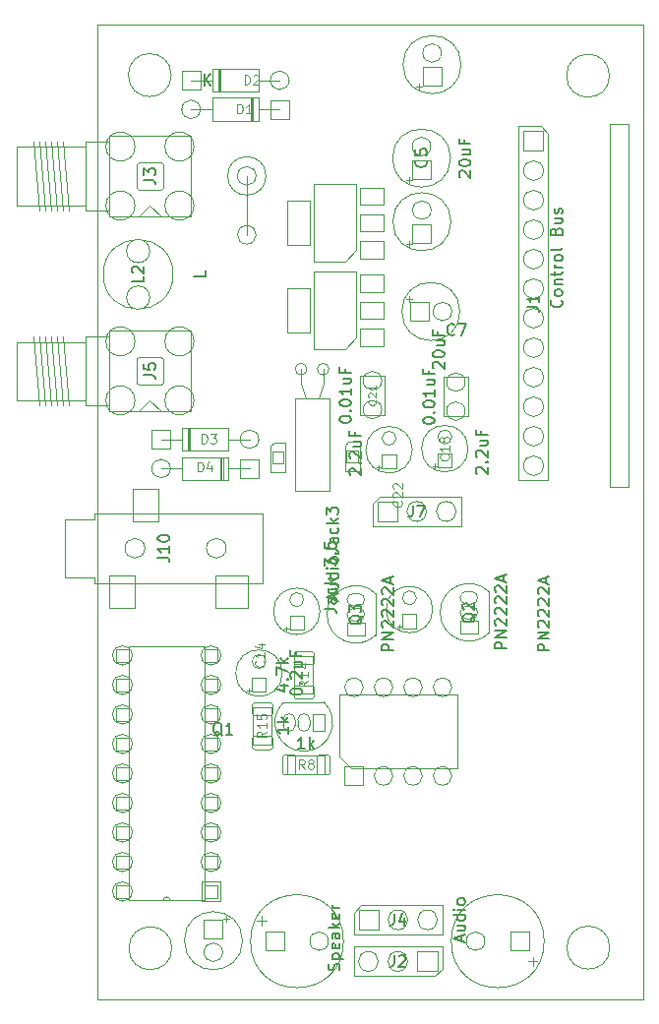
<source format=gbr>
%TF.GenerationSoftware,KiCad,Pcbnew,7.0.1*%
%TF.CreationDate,2023-09-27T13:21:01+00:00*%
%TF.ProjectId,SI4735,53493437-3335-42e6-9b69-6361645f7063,rev?*%
%TF.SameCoordinates,Original*%
%TF.FileFunction,AssemblyDrawing,Top*%
%FSLAX45Y45*%
G04 Gerber Fmt 4.5, Leading zero omitted, Abs format (unit mm)*
G04 Created by KiCad (PCBNEW 7.0.1) date 2023-09-27 13:21:01*
%MOMM*%
%LPD*%
G01*
G04 APERTURE LIST*
%ADD10C,0.150000*%
%ADD11C,0.120000*%
%ADD12C,0.102000*%
%ADD13C,0.100000*%
%ADD14C,0.100000*%
%TD*%
%TA.AperFunction,Profile*%
%ADD15C,0.050000*%
%TD*%
%TA.AperFunction,Profile*%
%ADD16C,0.100000*%
%TD*%
G04 APERTURE END LIST*
D10*
%TO.C,C7*%
X15390786Y-10889286D02*
X15386024Y-10884524D01*
X15386024Y-10884524D02*
X15381262Y-10875000D01*
X15381262Y-10875000D02*
X15381262Y-10851190D01*
X15381262Y-10851190D02*
X15386024Y-10841667D01*
X15386024Y-10841667D02*
X15390786Y-10836905D01*
X15390786Y-10836905D02*
X15400309Y-10832143D01*
X15400309Y-10832143D02*
X15409833Y-10832143D01*
X15409833Y-10832143D02*
X15424119Y-10836905D01*
X15424119Y-10836905D02*
X15481262Y-10894048D01*
X15481262Y-10894048D02*
X15481262Y-10832143D01*
X15381262Y-10770238D02*
X15381262Y-10760714D01*
X15381262Y-10760714D02*
X15386024Y-10751190D01*
X15386024Y-10751190D02*
X15390786Y-10746429D01*
X15390786Y-10746429D02*
X15400309Y-10741667D01*
X15400309Y-10741667D02*
X15419357Y-10736905D01*
X15419357Y-10736905D02*
X15443167Y-10736905D01*
X15443167Y-10736905D02*
X15462214Y-10741667D01*
X15462214Y-10741667D02*
X15471738Y-10746429D01*
X15471738Y-10746429D02*
X15476500Y-10751190D01*
X15476500Y-10751190D02*
X15481262Y-10760714D01*
X15481262Y-10760714D02*
X15481262Y-10770238D01*
X15481262Y-10770238D02*
X15476500Y-10779762D01*
X15476500Y-10779762D02*
X15471738Y-10784524D01*
X15471738Y-10784524D02*
X15462214Y-10789286D01*
X15462214Y-10789286D02*
X15443167Y-10794048D01*
X15443167Y-10794048D02*
X15419357Y-10794048D01*
X15419357Y-10794048D02*
X15400309Y-10789286D01*
X15400309Y-10789286D02*
X15390786Y-10784524D01*
X15390786Y-10784524D02*
X15386024Y-10779762D01*
X15386024Y-10779762D02*
X15381262Y-10770238D01*
X15414595Y-10651190D02*
X15481262Y-10651190D01*
X15414595Y-10694048D02*
X15466976Y-10694048D01*
X15466976Y-10694048D02*
X15476500Y-10689286D01*
X15476500Y-10689286D02*
X15481262Y-10679762D01*
X15481262Y-10679762D02*
X15481262Y-10665476D01*
X15481262Y-10665476D02*
X15476500Y-10655952D01*
X15476500Y-10655952D02*
X15471738Y-10651190D01*
X15428881Y-10570238D02*
X15428881Y-10603571D01*
X15481262Y-10603571D02*
X15381262Y-10603571D01*
X15381262Y-10603571D02*
X15381262Y-10555952D01*
X15570322Y-10596738D02*
X15565560Y-10601500D01*
X15565560Y-10601500D02*
X15551274Y-10606262D01*
X15551274Y-10606262D02*
X15541751Y-10606262D01*
X15541751Y-10606262D02*
X15527465Y-10601500D01*
X15527465Y-10601500D02*
X15517941Y-10591976D01*
X15517941Y-10591976D02*
X15513179Y-10582452D01*
X15513179Y-10582452D02*
X15508417Y-10563405D01*
X15508417Y-10563405D02*
X15508417Y-10549119D01*
X15508417Y-10549119D02*
X15513179Y-10530071D01*
X15513179Y-10530071D02*
X15517941Y-10520548D01*
X15517941Y-10520548D02*
X15527465Y-10511024D01*
X15527465Y-10511024D02*
X15541751Y-10506262D01*
X15541751Y-10506262D02*
X15551274Y-10506262D01*
X15551274Y-10506262D02*
X15565560Y-10511024D01*
X15565560Y-10511024D02*
X15570322Y-10515786D01*
X15603655Y-10506262D02*
X15670322Y-10506262D01*
X15670322Y-10506262D02*
X15627465Y-10606262D01*
%TO.C,Q3*%
X15046512Y-13318905D02*
X14946512Y-13318905D01*
X14946512Y-13318905D02*
X14946512Y-13280809D01*
X14946512Y-13280809D02*
X14951274Y-13271286D01*
X14951274Y-13271286D02*
X14956036Y-13266524D01*
X14956036Y-13266524D02*
X14965559Y-13261762D01*
X14965559Y-13261762D02*
X14979845Y-13261762D01*
X14979845Y-13261762D02*
X14989369Y-13266524D01*
X14989369Y-13266524D02*
X14994131Y-13271286D01*
X14994131Y-13271286D02*
X14998893Y-13280809D01*
X14998893Y-13280809D02*
X14998893Y-13318905D01*
X15046512Y-13218905D02*
X14946512Y-13218905D01*
X14946512Y-13218905D02*
X15046512Y-13161762D01*
X15046512Y-13161762D02*
X14946512Y-13161762D01*
X14956036Y-13118905D02*
X14951274Y-13114143D01*
X14951274Y-13114143D02*
X14946512Y-13104619D01*
X14946512Y-13104619D02*
X14946512Y-13080809D01*
X14946512Y-13080809D02*
X14951274Y-13071286D01*
X14951274Y-13071286D02*
X14956036Y-13066524D01*
X14956036Y-13066524D02*
X14965559Y-13061762D01*
X14965559Y-13061762D02*
X14975083Y-13061762D01*
X14975083Y-13061762D02*
X14989369Y-13066524D01*
X14989369Y-13066524D02*
X15046512Y-13123667D01*
X15046512Y-13123667D02*
X15046512Y-13061762D01*
X14956036Y-13023667D02*
X14951274Y-13018905D01*
X14951274Y-13018905D02*
X14946512Y-13009381D01*
X14946512Y-13009381D02*
X14946512Y-12985571D01*
X14946512Y-12985571D02*
X14951274Y-12976048D01*
X14951274Y-12976048D02*
X14956036Y-12971286D01*
X14956036Y-12971286D02*
X14965559Y-12966524D01*
X14965559Y-12966524D02*
X14975083Y-12966524D01*
X14975083Y-12966524D02*
X14989369Y-12971286D01*
X14989369Y-12971286D02*
X15046512Y-13028428D01*
X15046512Y-13028428D02*
X15046512Y-12966524D01*
X14956036Y-12928428D02*
X14951274Y-12923667D01*
X14951274Y-12923667D02*
X14946512Y-12914143D01*
X14946512Y-12914143D02*
X14946512Y-12890333D01*
X14946512Y-12890333D02*
X14951274Y-12880809D01*
X14951274Y-12880809D02*
X14956036Y-12876048D01*
X14956036Y-12876048D02*
X14965559Y-12871286D01*
X14965559Y-12871286D02*
X14975083Y-12871286D01*
X14975083Y-12871286D02*
X14989369Y-12876048D01*
X14989369Y-12876048D02*
X15046512Y-12933190D01*
X15046512Y-12933190D02*
X15046512Y-12871286D01*
X14956036Y-12833190D02*
X14951274Y-12828428D01*
X14951274Y-12828428D02*
X14946512Y-12818905D01*
X14946512Y-12818905D02*
X14946512Y-12795095D01*
X14946512Y-12795095D02*
X14951274Y-12785571D01*
X14951274Y-12785571D02*
X14956036Y-12780809D01*
X14956036Y-12780809D02*
X14965559Y-12776048D01*
X14965559Y-12776048D02*
X14975083Y-12776048D01*
X14975083Y-12776048D02*
X14989369Y-12780809D01*
X14989369Y-12780809D02*
X15046512Y-12837952D01*
X15046512Y-12837952D02*
X15046512Y-12776048D01*
X15017940Y-12737952D02*
X15017940Y-12690333D01*
X15046512Y-12747476D02*
X14946512Y-12714143D01*
X14946512Y-12714143D02*
X15046512Y-12680809D01*
X14777036Y-13016524D02*
X14772274Y-13026048D01*
X14772274Y-13026048D02*
X14762750Y-13035571D01*
X14762750Y-13035571D02*
X14748464Y-13049857D01*
X14748464Y-13049857D02*
X14743702Y-13059381D01*
X14743702Y-13059381D02*
X14743702Y-13068905D01*
X14767512Y-13064143D02*
X14762750Y-13073667D01*
X14762750Y-13073667D02*
X14753226Y-13083190D01*
X14753226Y-13083190D02*
X14734178Y-13087952D01*
X14734178Y-13087952D02*
X14700845Y-13087952D01*
X14700845Y-13087952D02*
X14681798Y-13083190D01*
X14681798Y-13083190D02*
X14672274Y-13073667D01*
X14672274Y-13073667D02*
X14667512Y-13064143D01*
X14667512Y-13064143D02*
X14667512Y-13045095D01*
X14667512Y-13045095D02*
X14672274Y-13035571D01*
X14672274Y-13035571D02*
X14681798Y-13026048D01*
X14681798Y-13026048D02*
X14700845Y-13021286D01*
X14700845Y-13021286D02*
X14734178Y-13021286D01*
X14734178Y-13021286D02*
X14753226Y-13026048D01*
X14753226Y-13026048D02*
X14762750Y-13035571D01*
X14762750Y-13035571D02*
X14767512Y-13045095D01*
X14767512Y-13045095D02*
X14767512Y-13064143D01*
X14667512Y-12987952D02*
X14667512Y-12926048D01*
X14667512Y-12926048D02*
X14705607Y-12959381D01*
X14705607Y-12959381D02*
X14705607Y-12945095D01*
X14705607Y-12945095D02*
X14710369Y-12935571D01*
X14710369Y-12935571D02*
X14715131Y-12930809D01*
X14715131Y-12930809D02*
X14724655Y-12926048D01*
X14724655Y-12926048D02*
X14748464Y-12926048D01*
X14748464Y-12926048D02*
X14757988Y-12930809D01*
X14757988Y-12930809D02*
X14762750Y-12935571D01*
X14762750Y-12935571D02*
X14767512Y-12945095D01*
X14767512Y-12945095D02*
X14767512Y-12973667D01*
X14767512Y-12973667D02*
X14762750Y-12983190D01*
X14762750Y-12983190D02*
X14757988Y-12987952D01*
%TO.C,J4*%
X15632490Y-15819543D02*
X15632490Y-15771924D01*
X15661062Y-15829067D02*
X15561062Y-15795734D01*
X15561062Y-15795734D02*
X15661062Y-15762400D01*
X15594395Y-15686210D02*
X15661062Y-15686210D01*
X15594395Y-15729067D02*
X15646776Y-15729067D01*
X15646776Y-15729067D02*
X15656300Y-15724305D01*
X15656300Y-15724305D02*
X15661062Y-15714781D01*
X15661062Y-15714781D02*
X15661062Y-15700496D01*
X15661062Y-15700496D02*
X15656300Y-15690972D01*
X15656300Y-15690972D02*
X15651538Y-15686210D01*
X15661062Y-15595734D02*
X15561062Y-15595734D01*
X15656300Y-15595734D02*
X15661062Y-15605257D01*
X15661062Y-15605257D02*
X15661062Y-15624305D01*
X15661062Y-15624305D02*
X15656300Y-15633829D01*
X15656300Y-15633829D02*
X15651538Y-15638591D01*
X15651538Y-15638591D02*
X15642014Y-15643353D01*
X15642014Y-15643353D02*
X15613443Y-15643353D01*
X15613443Y-15643353D02*
X15603919Y-15638591D01*
X15603919Y-15638591D02*
X15599157Y-15633829D01*
X15599157Y-15633829D02*
X15594395Y-15624305D01*
X15594395Y-15624305D02*
X15594395Y-15605257D01*
X15594395Y-15605257D02*
X15599157Y-15595734D01*
X15661062Y-15548115D02*
X15594395Y-15548115D01*
X15561062Y-15548115D02*
X15565824Y-15552876D01*
X15565824Y-15552876D02*
X15570586Y-15548115D01*
X15570586Y-15548115D02*
X15565824Y-15543353D01*
X15565824Y-15543353D02*
X15561062Y-15548115D01*
X15561062Y-15548115D02*
X15570586Y-15548115D01*
X15661062Y-15486210D02*
X15656300Y-15495734D01*
X15656300Y-15495734D02*
X15651538Y-15500496D01*
X15651538Y-15500496D02*
X15642014Y-15505257D01*
X15642014Y-15505257D02*
X15613443Y-15505257D01*
X15613443Y-15505257D02*
X15603919Y-15500496D01*
X15603919Y-15500496D02*
X15599157Y-15495734D01*
X15599157Y-15495734D02*
X15594395Y-15486210D01*
X15594395Y-15486210D02*
X15594395Y-15471924D01*
X15594395Y-15471924D02*
X15599157Y-15462400D01*
X15599157Y-15462400D02*
X15603919Y-15457638D01*
X15603919Y-15457638D02*
X15613443Y-15452877D01*
X15613443Y-15452877D02*
X15642014Y-15452877D01*
X15642014Y-15452877D02*
X15651538Y-15457638D01*
X15651538Y-15457638D02*
X15656300Y-15462400D01*
X15656300Y-15462400D02*
X15661062Y-15471924D01*
X15661062Y-15471924D02*
X15661062Y-15486210D01*
X15050467Y-15582472D02*
X15050467Y-15653900D01*
X15050467Y-15653900D02*
X15045705Y-15668186D01*
X15045705Y-15668186D02*
X15036181Y-15677710D01*
X15036181Y-15677710D02*
X15021895Y-15682472D01*
X15021895Y-15682472D02*
X15012371Y-15682472D01*
X15140943Y-15615805D02*
X15140943Y-15682472D01*
X15117133Y-15577710D02*
X15093324Y-15649138D01*
X15093324Y-15649138D02*
X15155228Y-15649138D01*
D11*
%TO.C,D4*%
X13361452Y-11776009D02*
X13361452Y-11696009D01*
X13361452Y-11696009D02*
X13380500Y-11696009D01*
X13380500Y-11696009D02*
X13391929Y-11699819D01*
X13391929Y-11699819D02*
X13399548Y-11707438D01*
X13399548Y-11707438D02*
X13403357Y-11715057D01*
X13403357Y-11715057D02*
X13407167Y-11730295D01*
X13407167Y-11730295D02*
X13407167Y-11741724D01*
X13407167Y-11741724D02*
X13403357Y-11756962D01*
X13403357Y-11756962D02*
X13399548Y-11764581D01*
X13399548Y-11764581D02*
X13391929Y-11772200D01*
X13391929Y-11772200D02*
X13380500Y-11776009D01*
X13380500Y-11776009D02*
X13361452Y-11776009D01*
X13475738Y-11722676D02*
X13475738Y-11776009D01*
X13456690Y-11692200D02*
X13437643Y-11749343D01*
X13437643Y-11749343D02*
X13487167Y-11749343D01*
D10*
%TO.C,Q2*%
X16020262Y-13301165D02*
X15920262Y-13301165D01*
X15920262Y-13301165D02*
X15920262Y-13263069D01*
X15920262Y-13263069D02*
X15925024Y-13253546D01*
X15925024Y-13253546D02*
X15929786Y-13248784D01*
X15929786Y-13248784D02*
X15939309Y-13244022D01*
X15939309Y-13244022D02*
X15953595Y-13244022D01*
X15953595Y-13244022D02*
X15963119Y-13248784D01*
X15963119Y-13248784D02*
X15967881Y-13253546D01*
X15967881Y-13253546D02*
X15972643Y-13263069D01*
X15972643Y-13263069D02*
X15972643Y-13301165D01*
X16020262Y-13201165D02*
X15920262Y-13201165D01*
X15920262Y-13201165D02*
X16020262Y-13144022D01*
X16020262Y-13144022D02*
X15920262Y-13144022D01*
X15929786Y-13101165D02*
X15925024Y-13096403D01*
X15925024Y-13096403D02*
X15920262Y-13086879D01*
X15920262Y-13086879D02*
X15920262Y-13063069D01*
X15920262Y-13063069D02*
X15925024Y-13053546D01*
X15925024Y-13053546D02*
X15929786Y-13048784D01*
X15929786Y-13048784D02*
X15939309Y-13044022D01*
X15939309Y-13044022D02*
X15948833Y-13044022D01*
X15948833Y-13044022D02*
X15963119Y-13048784D01*
X15963119Y-13048784D02*
X16020262Y-13105927D01*
X16020262Y-13105927D02*
X16020262Y-13044022D01*
X15929786Y-13005927D02*
X15925024Y-13001165D01*
X15925024Y-13001165D02*
X15920262Y-12991641D01*
X15920262Y-12991641D02*
X15920262Y-12967831D01*
X15920262Y-12967831D02*
X15925024Y-12958308D01*
X15925024Y-12958308D02*
X15929786Y-12953546D01*
X15929786Y-12953546D02*
X15939309Y-12948784D01*
X15939309Y-12948784D02*
X15948833Y-12948784D01*
X15948833Y-12948784D02*
X15963119Y-12953546D01*
X15963119Y-12953546D02*
X16020262Y-13010688D01*
X16020262Y-13010688D02*
X16020262Y-12948784D01*
X15929786Y-12910688D02*
X15925024Y-12905927D01*
X15925024Y-12905927D02*
X15920262Y-12896403D01*
X15920262Y-12896403D02*
X15920262Y-12872593D01*
X15920262Y-12872593D02*
X15925024Y-12863069D01*
X15925024Y-12863069D02*
X15929786Y-12858308D01*
X15929786Y-12858308D02*
X15939309Y-12853546D01*
X15939309Y-12853546D02*
X15948833Y-12853546D01*
X15948833Y-12853546D02*
X15963119Y-12858308D01*
X15963119Y-12858308D02*
X16020262Y-12915450D01*
X16020262Y-12915450D02*
X16020262Y-12853546D01*
X15929786Y-12815450D02*
X15925024Y-12810688D01*
X15925024Y-12810688D02*
X15920262Y-12801165D01*
X15920262Y-12801165D02*
X15920262Y-12777355D01*
X15920262Y-12777355D02*
X15925024Y-12767831D01*
X15925024Y-12767831D02*
X15929786Y-12763069D01*
X15929786Y-12763069D02*
X15939309Y-12758308D01*
X15939309Y-12758308D02*
X15948833Y-12758308D01*
X15948833Y-12758308D02*
X15963119Y-12763069D01*
X15963119Y-12763069D02*
X16020262Y-12820212D01*
X16020262Y-12820212D02*
X16020262Y-12758308D01*
X15991690Y-12720212D02*
X15991690Y-12672593D01*
X16020262Y-12729736D02*
X15920262Y-12696403D01*
X15920262Y-12696403D02*
X16020262Y-12663069D01*
X15750786Y-12998784D02*
X15746024Y-13008308D01*
X15746024Y-13008308D02*
X15736500Y-13017831D01*
X15736500Y-13017831D02*
X15722214Y-13032117D01*
X15722214Y-13032117D02*
X15717452Y-13041641D01*
X15717452Y-13041641D02*
X15717452Y-13051165D01*
X15741262Y-13046403D02*
X15736500Y-13055927D01*
X15736500Y-13055927D02*
X15726976Y-13065450D01*
X15726976Y-13065450D02*
X15707928Y-13070212D01*
X15707928Y-13070212D02*
X15674595Y-13070212D01*
X15674595Y-13070212D02*
X15655548Y-13065450D01*
X15655548Y-13065450D02*
X15646024Y-13055927D01*
X15646024Y-13055927D02*
X15641262Y-13046403D01*
X15641262Y-13046403D02*
X15641262Y-13027355D01*
X15641262Y-13027355D02*
X15646024Y-13017831D01*
X15646024Y-13017831D02*
X15655548Y-13008308D01*
X15655548Y-13008308D02*
X15674595Y-13003546D01*
X15674595Y-13003546D02*
X15707928Y-13003546D01*
X15707928Y-13003546D02*
X15726976Y-13008308D01*
X15726976Y-13008308D02*
X15736500Y-13017831D01*
X15736500Y-13017831D02*
X15741262Y-13027355D01*
X15741262Y-13027355D02*
X15741262Y-13046403D01*
X15650786Y-12965450D02*
X15646024Y-12960688D01*
X15646024Y-12960688D02*
X15641262Y-12951165D01*
X15641262Y-12951165D02*
X15641262Y-12927355D01*
X15641262Y-12927355D02*
X15646024Y-12917831D01*
X15646024Y-12917831D02*
X15650786Y-12913069D01*
X15650786Y-12913069D02*
X15660309Y-12908308D01*
X15660309Y-12908308D02*
X15669833Y-12908308D01*
X15669833Y-12908308D02*
X15684119Y-12913069D01*
X15684119Y-12913069D02*
X15741262Y-12970212D01*
X15741262Y-12970212D02*
X15741262Y-12908308D01*
%TO.C,J3*%
X12895262Y-9267333D02*
X12966690Y-9267333D01*
X12966690Y-9267333D02*
X12980976Y-9272095D01*
X12980976Y-9272095D02*
X12990500Y-9281619D01*
X12990500Y-9281619D02*
X12995262Y-9295905D01*
X12995262Y-9295905D02*
X12995262Y-9305429D01*
X12895262Y-9229238D02*
X12895262Y-9167333D01*
X12895262Y-9167333D02*
X12933357Y-9200667D01*
X12933357Y-9200667D02*
X12933357Y-9186381D01*
X12933357Y-9186381D02*
X12938119Y-9176857D01*
X12938119Y-9176857D02*
X12942881Y-9172095D01*
X12942881Y-9172095D02*
X12952405Y-9167333D01*
X12952405Y-9167333D02*
X12976214Y-9167333D01*
X12976214Y-9167333D02*
X12985738Y-9172095D01*
X12985738Y-9172095D02*
X12990500Y-9176857D01*
X12990500Y-9176857D02*
X12995262Y-9186381D01*
X12995262Y-9186381D02*
X12995262Y-9214952D01*
X12995262Y-9214952D02*
X12990500Y-9224476D01*
X12990500Y-9224476D02*
X12985738Y-9229238D01*
%TO.C,J2*%
X14578800Y-16069900D02*
X14583562Y-16055615D01*
X14583562Y-16055615D02*
X14583562Y-16031805D01*
X14583562Y-16031805D02*
X14578800Y-16022281D01*
X14578800Y-16022281D02*
X14574038Y-16017519D01*
X14574038Y-16017519D02*
X14564514Y-16012758D01*
X14564514Y-16012758D02*
X14554990Y-16012758D01*
X14554990Y-16012758D02*
X14545467Y-16017519D01*
X14545467Y-16017519D02*
X14540705Y-16022281D01*
X14540705Y-16022281D02*
X14535943Y-16031805D01*
X14535943Y-16031805D02*
X14531181Y-16050853D01*
X14531181Y-16050853D02*
X14526419Y-16060377D01*
X14526419Y-16060377D02*
X14521657Y-16065138D01*
X14521657Y-16065138D02*
X14512133Y-16069900D01*
X14512133Y-16069900D02*
X14502609Y-16069900D01*
X14502609Y-16069900D02*
X14493086Y-16065138D01*
X14493086Y-16065138D02*
X14488324Y-16060377D01*
X14488324Y-16060377D02*
X14483562Y-16050853D01*
X14483562Y-16050853D02*
X14483562Y-16027043D01*
X14483562Y-16027043D02*
X14488324Y-16012758D01*
X14516895Y-15969900D02*
X14616895Y-15969900D01*
X14521657Y-15969900D02*
X14516895Y-15960377D01*
X14516895Y-15960377D02*
X14516895Y-15941329D01*
X14516895Y-15941329D02*
X14521657Y-15931805D01*
X14521657Y-15931805D02*
X14526419Y-15927043D01*
X14526419Y-15927043D02*
X14535943Y-15922281D01*
X14535943Y-15922281D02*
X14564514Y-15922281D01*
X14564514Y-15922281D02*
X14574038Y-15927043D01*
X14574038Y-15927043D02*
X14578800Y-15931805D01*
X14578800Y-15931805D02*
X14583562Y-15941329D01*
X14583562Y-15941329D02*
X14583562Y-15960377D01*
X14583562Y-15960377D02*
X14578800Y-15969900D01*
X14578800Y-15841329D02*
X14583562Y-15850853D01*
X14583562Y-15850853D02*
X14583562Y-15869900D01*
X14583562Y-15869900D02*
X14578800Y-15879424D01*
X14578800Y-15879424D02*
X14569276Y-15884186D01*
X14569276Y-15884186D02*
X14531181Y-15884186D01*
X14531181Y-15884186D02*
X14521657Y-15879424D01*
X14521657Y-15879424D02*
X14516895Y-15869900D01*
X14516895Y-15869900D02*
X14516895Y-15850853D01*
X14516895Y-15850853D02*
X14521657Y-15841329D01*
X14521657Y-15841329D02*
X14531181Y-15836567D01*
X14531181Y-15836567D02*
X14540705Y-15836567D01*
X14540705Y-15836567D02*
X14550228Y-15884186D01*
X14583562Y-15750853D02*
X14531181Y-15750853D01*
X14531181Y-15750853D02*
X14521657Y-15755615D01*
X14521657Y-15755615D02*
X14516895Y-15765138D01*
X14516895Y-15765138D02*
X14516895Y-15784186D01*
X14516895Y-15784186D02*
X14521657Y-15793710D01*
X14578800Y-15750853D02*
X14583562Y-15760377D01*
X14583562Y-15760377D02*
X14583562Y-15784186D01*
X14583562Y-15784186D02*
X14578800Y-15793710D01*
X14578800Y-15793710D02*
X14569276Y-15798472D01*
X14569276Y-15798472D02*
X14559752Y-15798472D01*
X14559752Y-15798472D02*
X14550228Y-15793710D01*
X14550228Y-15793710D02*
X14545467Y-15784186D01*
X14545467Y-15784186D02*
X14545467Y-15760377D01*
X14545467Y-15760377D02*
X14540705Y-15750853D01*
X14583562Y-15703234D02*
X14483562Y-15703234D01*
X14545467Y-15693710D02*
X14583562Y-15665138D01*
X14516895Y-15665138D02*
X14554990Y-15703234D01*
X14578800Y-15584186D02*
X14583562Y-15593710D01*
X14583562Y-15593710D02*
X14583562Y-15612757D01*
X14583562Y-15612757D02*
X14578800Y-15622281D01*
X14578800Y-15622281D02*
X14569276Y-15627043D01*
X14569276Y-15627043D02*
X14531181Y-15627043D01*
X14531181Y-15627043D02*
X14521657Y-15622281D01*
X14521657Y-15622281D02*
X14516895Y-15612757D01*
X14516895Y-15612757D02*
X14516895Y-15593710D01*
X14516895Y-15593710D02*
X14521657Y-15584186D01*
X14521657Y-15584186D02*
X14531181Y-15579424D01*
X14531181Y-15579424D02*
X14540705Y-15579424D01*
X14540705Y-15579424D02*
X14550228Y-15627043D01*
X14583562Y-15536567D02*
X14516895Y-15536567D01*
X14535943Y-15536567D02*
X14526419Y-15531805D01*
X14526419Y-15531805D02*
X14521657Y-15527043D01*
X14521657Y-15527043D02*
X14516895Y-15517519D01*
X14516895Y-15517519D02*
X14516895Y-15507996D01*
X15049967Y-15939972D02*
X15049967Y-16011400D01*
X15049967Y-16011400D02*
X15045205Y-16025686D01*
X15045205Y-16025686D02*
X15035681Y-16035210D01*
X15035681Y-16035210D02*
X15021395Y-16039972D01*
X15021395Y-16039972D02*
X15011871Y-16039972D01*
X15092824Y-15949496D02*
X15097586Y-15944734D01*
X15097586Y-15944734D02*
X15107109Y-15939972D01*
X15107109Y-15939972D02*
X15130919Y-15939972D01*
X15130919Y-15939972D02*
X15140443Y-15944734D01*
X15140443Y-15944734D02*
X15145205Y-15949496D01*
X15145205Y-15949496D02*
X15149967Y-15959019D01*
X15149967Y-15959019D02*
X15149967Y-15968543D01*
X15149967Y-15968543D02*
X15145205Y-15982829D01*
X15145205Y-15982829D02*
X15088062Y-16039972D01*
X15088062Y-16039972D02*
X15149967Y-16039972D01*
%TO.C,C21*%
X14581262Y-11331905D02*
X14581262Y-11322381D01*
X14581262Y-11322381D02*
X14586024Y-11312857D01*
X14586024Y-11312857D02*
X14590786Y-11308095D01*
X14590786Y-11308095D02*
X14600309Y-11303333D01*
X14600309Y-11303333D02*
X14619357Y-11298571D01*
X14619357Y-11298571D02*
X14643167Y-11298571D01*
X14643167Y-11298571D02*
X14662214Y-11303333D01*
X14662214Y-11303333D02*
X14671738Y-11308095D01*
X14671738Y-11308095D02*
X14676500Y-11312857D01*
X14676500Y-11312857D02*
X14681262Y-11322381D01*
X14681262Y-11322381D02*
X14681262Y-11331905D01*
X14681262Y-11331905D02*
X14676500Y-11341428D01*
X14676500Y-11341428D02*
X14671738Y-11346190D01*
X14671738Y-11346190D02*
X14662214Y-11350952D01*
X14662214Y-11350952D02*
X14643167Y-11355714D01*
X14643167Y-11355714D02*
X14619357Y-11355714D01*
X14619357Y-11355714D02*
X14600309Y-11350952D01*
X14600309Y-11350952D02*
X14590786Y-11346190D01*
X14590786Y-11346190D02*
X14586024Y-11341428D01*
X14586024Y-11341428D02*
X14581262Y-11331905D01*
X14671738Y-11255714D02*
X14676500Y-11250952D01*
X14676500Y-11250952D02*
X14681262Y-11255714D01*
X14681262Y-11255714D02*
X14676500Y-11260476D01*
X14676500Y-11260476D02*
X14671738Y-11255714D01*
X14671738Y-11255714D02*
X14681262Y-11255714D01*
X14581262Y-11189048D02*
X14581262Y-11179524D01*
X14581262Y-11179524D02*
X14586024Y-11170000D01*
X14586024Y-11170000D02*
X14590786Y-11165238D01*
X14590786Y-11165238D02*
X14600309Y-11160476D01*
X14600309Y-11160476D02*
X14619357Y-11155714D01*
X14619357Y-11155714D02*
X14643167Y-11155714D01*
X14643167Y-11155714D02*
X14662214Y-11160476D01*
X14662214Y-11160476D02*
X14671738Y-11165238D01*
X14671738Y-11165238D02*
X14676500Y-11170000D01*
X14676500Y-11170000D02*
X14681262Y-11179524D01*
X14681262Y-11179524D02*
X14681262Y-11189048D01*
X14681262Y-11189048D02*
X14676500Y-11198571D01*
X14676500Y-11198571D02*
X14671738Y-11203333D01*
X14671738Y-11203333D02*
X14662214Y-11208095D01*
X14662214Y-11208095D02*
X14643167Y-11212857D01*
X14643167Y-11212857D02*
X14619357Y-11212857D01*
X14619357Y-11212857D02*
X14600309Y-11208095D01*
X14600309Y-11208095D02*
X14590786Y-11203333D01*
X14590786Y-11203333D02*
X14586024Y-11198571D01*
X14586024Y-11198571D02*
X14581262Y-11189048D01*
X14681262Y-11060476D02*
X14681262Y-11117619D01*
X14681262Y-11089048D02*
X14581262Y-11089048D01*
X14581262Y-11089048D02*
X14595548Y-11098571D01*
X14595548Y-11098571D02*
X14605071Y-11108095D01*
X14605071Y-11108095D02*
X14609833Y-11117619D01*
X14614595Y-10974762D02*
X14681262Y-10974762D01*
X14614595Y-11017619D02*
X14666976Y-11017619D01*
X14666976Y-11017619D02*
X14676500Y-11012857D01*
X14676500Y-11012857D02*
X14681262Y-11003333D01*
X14681262Y-11003333D02*
X14681262Y-10989048D01*
X14681262Y-10989048D02*
X14676500Y-10979524D01*
X14676500Y-10979524D02*
X14671738Y-10974762D01*
X14628881Y-10893810D02*
X14628881Y-10927143D01*
X14681262Y-10927143D02*
X14581262Y-10927143D01*
X14581262Y-10927143D02*
X14581262Y-10879524D01*
D12*
X14889982Y-11163714D02*
X14893220Y-11166952D01*
X14893220Y-11166952D02*
X14896458Y-11176667D01*
X14896458Y-11176667D02*
X14896458Y-11183143D01*
X14896458Y-11183143D02*
X14893220Y-11192857D01*
X14893220Y-11192857D02*
X14886744Y-11199333D01*
X14886744Y-11199333D02*
X14880268Y-11202571D01*
X14880268Y-11202571D02*
X14867315Y-11205809D01*
X14867315Y-11205809D02*
X14857601Y-11205809D01*
X14857601Y-11205809D02*
X14844648Y-11202571D01*
X14844648Y-11202571D02*
X14838172Y-11199333D01*
X14838172Y-11199333D02*
X14831696Y-11192857D01*
X14831696Y-11192857D02*
X14828458Y-11183143D01*
X14828458Y-11183143D02*
X14828458Y-11176667D01*
X14828458Y-11176667D02*
X14831696Y-11166952D01*
X14831696Y-11166952D02*
X14834934Y-11163714D01*
X14834934Y-11137810D02*
X14831696Y-11134571D01*
X14831696Y-11134571D02*
X14828458Y-11128095D01*
X14828458Y-11128095D02*
X14828458Y-11111905D01*
X14828458Y-11111905D02*
X14831696Y-11105429D01*
X14831696Y-11105429D02*
X14834934Y-11102190D01*
X14834934Y-11102190D02*
X14841410Y-11098952D01*
X14841410Y-11098952D02*
X14847887Y-11098952D01*
X14847887Y-11098952D02*
X14857601Y-11102190D01*
X14857601Y-11102190D02*
X14896458Y-11141048D01*
X14896458Y-11141048D02*
X14896458Y-11098952D01*
X14896458Y-11034190D02*
X14896458Y-11073048D01*
X14896458Y-11053619D02*
X14828458Y-11053619D01*
X14828458Y-11053619D02*
X14838172Y-11060095D01*
X14838172Y-11060095D02*
X14844648Y-11066571D01*
X14844648Y-11066571D02*
X14847887Y-11073048D01*
D10*
%TO.C,J1*%
X16488908Y-10302466D02*
X16493670Y-10307228D01*
X16493670Y-10307228D02*
X16498432Y-10321513D01*
X16498432Y-10321513D02*
X16498432Y-10331037D01*
X16498432Y-10331037D02*
X16493670Y-10345323D01*
X16493670Y-10345323D02*
X16484146Y-10354847D01*
X16484146Y-10354847D02*
X16474622Y-10359609D01*
X16474622Y-10359609D02*
X16455575Y-10364371D01*
X16455575Y-10364371D02*
X16441289Y-10364371D01*
X16441289Y-10364371D02*
X16422241Y-10359609D01*
X16422241Y-10359609D02*
X16412718Y-10354847D01*
X16412718Y-10354847D02*
X16403194Y-10345323D01*
X16403194Y-10345323D02*
X16398432Y-10331037D01*
X16398432Y-10331037D02*
X16398432Y-10321513D01*
X16398432Y-10321513D02*
X16403194Y-10307228D01*
X16403194Y-10307228D02*
X16407956Y-10302466D01*
X16498432Y-10245323D02*
X16493670Y-10254847D01*
X16493670Y-10254847D02*
X16488908Y-10259609D01*
X16488908Y-10259609D02*
X16479384Y-10264371D01*
X16479384Y-10264371D02*
X16450813Y-10264371D01*
X16450813Y-10264371D02*
X16441289Y-10259609D01*
X16441289Y-10259609D02*
X16436527Y-10254847D01*
X16436527Y-10254847D02*
X16431765Y-10245323D01*
X16431765Y-10245323D02*
X16431765Y-10231037D01*
X16431765Y-10231037D02*
X16436527Y-10221513D01*
X16436527Y-10221513D02*
X16441289Y-10216752D01*
X16441289Y-10216752D02*
X16450813Y-10211990D01*
X16450813Y-10211990D02*
X16479384Y-10211990D01*
X16479384Y-10211990D02*
X16488908Y-10216752D01*
X16488908Y-10216752D02*
X16493670Y-10221513D01*
X16493670Y-10221513D02*
X16498432Y-10231037D01*
X16498432Y-10231037D02*
X16498432Y-10245323D01*
X16431765Y-10169132D02*
X16498432Y-10169132D01*
X16441289Y-10169132D02*
X16436527Y-10164371D01*
X16436527Y-10164371D02*
X16431765Y-10154847D01*
X16431765Y-10154847D02*
X16431765Y-10140561D01*
X16431765Y-10140561D02*
X16436527Y-10131037D01*
X16436527Y-10131037D02*
X16446051Y-10126275D01*
X16446051Y-10126275D02*
X16498432Y-10126275D01*
X16431765Y-10092942D02*
X16431765Y-10054847D01*
X16398432Y-10078656D02*
X16484146Y-10078656D01*
X16484146Y-10078656D02*
X16493670Y-10073894D01*
X16493670Y-10073894D02*
X16498432Y-10064371D01*
X16498432Y-10064371D02*
X16498432Y-10054847D01*
X16498432Y-10021513D02*
X16431765Y-10021513D01*
X16450813Y-10021513D02*
X16441289Y-10016751D01*
X16441289Y-10016751D02*
X16436527Y-10011990D01*
X16436527Y-10011990D02*
X16431765Y-10002466D01*
X16431765Y-10002466D02*
X16431765Y-9992942D01*
X16498432Y-9945323D02*
X16493670Y-9954847D01*
X16493670Y-9954847D02*
X16488908Y-9959609D01*
X16488908Y-9959609D02*
X16479384Y-9964370D01*
X16479384Y-9964370D02*
X16450813Y-9964370D01*
X16450813Y-9964370D02*
X16441289Y-9959609D01*
X16441289Y-9959609D02*
X16436527Y-9954847D01*
X16436527Y-9954847D02*
X16431765Y-9945323D01*
X16431765Y-9945323D02*
X16431765Y-9931037D01*
X16431765Y-9931037D02*
X16436527Y-9921513D01*
X16436527Y-9921513D02*
X16441289Y-9916751D01*
X16441289Y-9916751D02*
X16450813Y-9911990D01*
X16450813Y-9911990D02*
X16479384Y-9911990D01*
X16479384Y-9911990D02*
X16488908Y-9916751D01*
X16488908Y-9916751D02*
X16493670Y-9921513D01*
X16493670Y-9921513D02*
X16498432Y-9931037D01*
X16498432Y-9931037D02*
X16498432Y-9945323D01*
X16498432Y-9854847D02*
X16493670Y-9864370D01*
X16493670Y-9864370D02*
X16484146Y-9869132D01*
X16484146Y-9869132D02*
X16398432Y-9869132D01*
X16446051Y-9707228D02*
X16450813Y-9692942D01*
X16450813Y-9692942D02*
X16455575Y-9688180D01*
X16455575Y-9688180D02*
X16465098Y-9683418D01*
X16465098Y-9683418D02*
X16479384Y-9683418D01*
X16479384Y-9683418D02*
X16488908Y-9688180D01*
X16488908Y-9688180D02*
X16493670Y-9692942D01*
X16493670Y-9692942D02*
X16498432Y-9702466D01*
X16498432Y-9702466D02*
X16498432Y-9740561D01*
X16498432Y-9740561D02*
X16398432Y-9740561D01*
X16398432Y-9740561D02*
X16398432Y-9707228D01*
X16398432Y-9707228D02*
X16403194Y-9697704D01*
X16403194Y-9697704D02*
X16407956Y-9692942D01*
X16407956Y-9692942D02*
X16417479Y-9688180D01*
X16417479Y-9688180D02*
X16427003Y-9688180D01*
X16427003Y-9688180D02*
X16436527Y-9692942D01*
X16436527Y-9692942D02*
X16441289Y-9697704D01*
X16441289Y-9697704D02*
X16446051Y-9707228D01*
X16446051Y-9707228D02*
X16446051Y-9740561D01*
X16431765Y-9597704D02*
X16498432Y-9597704D01*
X16431765Y-9640561D02*
X16484146Y-9640561D01*
X16484146Y-9640561D02*
X16493670Y-9635799D01*
X16493670Y-9635799D02*
X16498432Y-9626275D01*
X16498432Y-9626275D02*
X16498432Y-9611989D01*
X16498432Y-9611989D02*
X16493670Y-9602466D01*
X16493670Y-9602466D02*
X16488908Y-9597704D01*
X16493670Y-9554847D02*
X16498432Y-9545323D01*
X16498432Y-9545323D02*
X16498432Y-9526275D01*
X16498432Y-9526275D02*
X16493670Y-9516751D01*
X16493670Y-9516751D02*
X16484146Y-9511989D01*
X16484146Y-9511989D02*
X16479384Y-9511989D01*
X16479384Y-9511989D02*
X16469860Y-9516751D01*
X16469860Y-9516751D02*
X16465098Y-9526275D01*
X16465098Y-9526275D02*
X16465098Y-9540561D01*
X16465098Y-9540561D02*
X16460337Y-9550085D01*
X16460337Y-9550085D02*
X16450813Y-9554847D01*
X16450813Y-9554847D02*
X16446051Y-9554847D01*
X16446051Y-9554847D02*
X16436527Y-9550085D01*
X16436527Y-9550085D02*
X16431765Y-9540561D01*
X16431765Y-9540561D02*
X16431765Y-9526275D01*
X16431765Y-9526275D02*
X16436527Y-9516751D01*
X16197182Y-10363513D02*
X16268610Y-10363513D01*
X16268610Y-10363513D02*
X16282896Y-10368275D01*
X16282896Y-10368275D02*
X16292420Y-10377799D01*
X16292420Y-10377799D02*
X16297182Y-10392085D01*
X16297182Y-10392085D02*
X16297182Y-10401609D01*
X16297182Y-10263513D02*
X16297182Y-10320656D01*
X16297182Y-10292085D02*
X16197182Y-10292085D01*
X16197182Y-10292085D02*
X16211468Y-10301609D01*
X16211468Y-10301609D02*
X16220991Y-10311132D01*
X16220991Y-10311132D02*
X16225753Y-10320656D01*
%TO.C,J10*%
X14539590Y-12881239D02*
X14539590Y-12833620D01*
X14568162Y-12890763D02*
X14468162Y-12857429D01*
X14468162Y-12857429D02*
X14568162Y-12824096D01*
X14501495Y-12747906D02*
X14568162Y-12747906D01*
X14501495Y-12790763D02*
X14553876Y-12790763D01*
X14553876Y-12790763D02*
X14563400Y-12786001D01*
X14563400Y-12786001D02*
X14568162Y-12776477D01*
X14568162Y-12776477D02*
X14568162Y-12762191D01*
X14568162Y-12762191D02*
X14563400Y-12752668D01*
X14563400Y-12752668D02*
X14558638Y-12747906D01*
X14568162Y-12657429D02*
X14468162Y-12657429D01*
X14563400Y-12657429D02*
X14568162Y-12666953D01*
X14568162Y-12666953D02*
X14568162Y-12686001D01*
X14568162Y-12686001D02*
X14563400Y-12695525D01*
X14563400Y-12695525D02*
X14558638Y-12700287D01*
X14558638Y-12700287D02*
X14549114Y-12705048D01*
X14549114Y-12705048D02*
X14520543Y-12705048D01*
X14520543Y-12705048D02*
X14511019Y-12700287D01*
X14511019Y-12700287D02*
X14506257Y-12695525D01*
X14506257Y-12695525D02*
X14501495Y-12686001D01*
X14501495Y-12686001D02*
X14501495Y-12666953D01*
X14501495Y-12666953D02*
X14506257Y-12657429D01*
X14568162Y-12609810D02*
X14501495Y-12609810D01*
X14468162Y-12609810D02*
X14472924Y-12614572D01*
X14472924Y-12614572D02*
X14477686Y-12609810D01*
X14477686Y-12609810D02*
X14472924Y-12605048D01*
X14472924Y-12605048D02*
X14468162Y-12609810D01*
X14468162Y-12609810D02*
X14477686Y-12609810D01*
X14568162Y-12547906D02*
X14563400Y-12557429D01*
X14563400Y-12557429D02*
X14558638Y-12562191D01*
X14558638Y-12562191D02*
X14549114Y-12566953D01*
X14549114Y-12566953D02*
X14520543Y-12566953D01*
X14520543Y-12566953D02*
X14511019Y-12562191D01*
X14511019Y-12562191D02*
X14506257Y-12557429D01*
X14506257Y-12557429D02*
X14501495Y-12547906D01*
X14501495Y-12547906D02*
X14501495Y-12533620D01*
X14501495Y-12533620D02*
X14506257Y-12524096D01*
X14506257Y-12524096D02*
X14511019Y-12519334D01*
X14511019Y-12519334D02*
X14520543Y-12514572D01*
X14520543Y-12514572D02*
X14549114Y-12514572D01*
X14549114Y-12514572D02*
X14558638Y-12519334D01*
X14558638Y-12519334D02*
X14563400Y-12524096D01*
X14563400Y-12524096D02*
X14568162Y-12533620D01*
X14568162Y-12533620D02*
X14568162Y-12547906D01*
X14468162Y-12443144D02*
X14539590Y-12443144D01*
X14539590Y-12443144D02*
X14553876Y-12447906D01*
X14553876Y-12447906D02*
X14563400Y-12457429D01*
X14563400Y-12457429D02*
X14568162Y-12471715D01*
X14568162Y-12471715D02*
X14568162Y-12481239D01*
X14568162Y-12352668D02*
X14515781Y-12352668D01*
X14515781Y-12352668D02*
X14506257Y-12357429D01*
X14506257Y-12357429D02*
X14501495Y-12366953D01*
X14501495Y-12366953D02*
X14501495Y-12386001D01*
X14501495Y-12386001D02*
X14506257Y-12395525D01*
X14563400Y-12352668D02*
X14568162Y-12362191D01*
X14568162Y-12362191D02*
X14568162Y-12386001D01*
X14568162Y-12386001D02*
X14563400Y-12395525D01*
X14563400Y-12395525D02*
X14553876Y-12400287D01*
X14553876Y-12400287D02*
X14544352Y-12400287D01*
X14544352Y-12400287D02*
X14534828Y-12395525D01*
X14534828Y-12395525D02*
X14530067Y-12386001D01*
X14530067Y-12386001D02*
X14530067Y-12362191D01*
X14530067Y-12362191D02*
X14525305Y-12352668D01*
X14563400Y-12262191D02*
X14568162Y-12271715D01*
X14568162Y-12271715D02*
X14568162Y-12290763D01*
X14568162Y-12290763D02*
X14563400Y-12300287D01*
X14563400Y-12300287D02*
X14558638Y-12305048D01*
X14558638Y-12305048D02*
X14549114Y-12309810D01*
X14549114Y-12309810D02*
X14520543Y-12309810D01*
X14520543Y-12309810D02*
X14511019Y-12305048D01*
X14511019Y-12305048D02*
X14506257Y-12300287D01*
X14506257Y-12300287D02*
X14501495Y-12290763D01*
X14501495Y-12290763D02*
X14501495Y-12271715D01*
X14501495Y-12271715D02*
X14506257Y-12262191D01*
X14568162Y-12219334D02*
X14468162Y-12219334D01*
X14530067Y-12209810D02*
X14568162Y-12181239D01*
X14501495Y-12181239D02*
X14539590Y-12219334D01*
X14468162Y-12147906D02*
X14468162Y-12086001D01*
X14468162Y-12086001D02*
X14506257Y-12119334D01*
X14506257Y-12119334D02*
X14506257Y-12105048D01*
X14506257Y-12105048D02*
X14511019Y-12095525D01*
X14511019Y-12095525D02*
X14515781Y-12090763D01*
X14515781Y-12090763D02*
X14525305Y-12086001D01*
X14525305Y-12086001D02*
X14549114Y-12086001D01*
X14549114Y-12086001D02*
X14558638Y-12090763D01*
X14558638Y-12090763D02*
X14563400Y-12095525D01*
X14563400Y-12095525D02*
X14568162Y-12105048D01*
X14568162Y-12105048D02*
X14568162Y-12133620D01*
X14568162Y-12133620D02*
X14563400Y-12143144D01*
X14563400Y-12143144D02*
X14558638Y-12147906D01*
X13016262Y-12518452D02*
X13087690Y-12518452D01*
X13087690Y-12518452D02*
X13101976Y-12523214D01*
X13101976Y-12523214D02*
X13111500Y-12532738D01*
X13111500Y-12532738D02*
X13116262Y-12547024D01*
X13116262Y-12547024D02*
X13116262Y-12556547D01*
X13116262Y-12418452D02*
X13116262Y-12475595D01*
X13116262Y-12447024D02*
X13016262Y-12447024D01*
X13016262Y-12447024D02*
X13030548Y-12456547D01*
X13030548Y-12456547D02*
X13040071Y-12466071D01*
X13040071Y-12466071D02*
X13044833Y-12475595D01*
X13016262Y-12356547D02*
X13016262Y-12347024D01*
X13016262Y-12347024D02*
X13021024Y-12337500D01*
X13021024Y-12337500D02*
X13025786Y-12332738D01*
X13025786Y-12332738D02*
X13035309Y-12327976D01*
X13035309Y-12327976D02*
X13054357Y-12323214D01*
X13054357Y-12323214D02*
X13078167Y-12323214D01*
X13078167Y-12323214D02*
X13097214Y-12327976D01*
X13097214Y-12327976D02*
X13106738Y-12332738D01*
X13106738Y-12332738D02*
X13111500Y-12337500D01*
X13111500Y-12337500D02*
X13116262Y-12347024D01*
X13116262Y-12347024D02*
X13116262Y-12356547D01*
X13116262Y-12356547D02*
X13111500Y-12366071D01*
X13111500Y-12366071D02*
X13106738Y-12370833D01*
X13106738Y-12370833D02*
X13097214Y-12375595D01*
X13097214Y-12375595D02*
X13078167Y-12380357D01*
X13078167Y-12380357D02*
X13054357Y-12380357D01*
X13054357Y-12380357D02*
X13035309Y-12375595D01*
X13035309Y-12375595D02*
X13025786Y-12370833D01*
X13025786Y-12370833D02*
X13021024Y-12366071D01*
X13021024Y-12366071D02*
X13016262Y-12356547D01*
%TO.C,C18*%
X15763286Y-11795595D02*
X15758524Y-11790833D01*
X15758524Y-11790833D02*
X15753762Y-11781309D01*
X15753762Y-11781309D02*
X15753762Y-11757500D01*
X15753762Y-11757500D02*
X15758524Y-11747976D01*
X15758524Y-11747976D02*
X15763286Y-11743214D01*
X15763286Y-11743214D02*
X15772809Y-11738452D01*
X15772809Y-11738452D02*
X15782333Y-11738452D01*
X15782333Y-11738452D02*
X15796619Y-11743214D01*
X15796619Y-11743214D02*
X15853762Y-11800357D01*
X15853762Y-11800357D02*
X15853762Y-11738452D01*
X15844238Y-11695595D02*
X15849000Y-11690833D01*
X15849000Y-11690833D02*
X15853762Y-11695595D01*
X15853762Y-11695595D02*
X15849000Y-11700357D01*
X15849000Y-11700357D02*
X15844238Y-11695595D01*
X15844238Y-11695595D02*
X15853762Y-11695595D01*
X15763286Y-11652738D02*
X15758524Y-11647976D01*
X15758524Y-11647976D02*
X15753762Y-11638452D01*
X15753762Y-11638452D02*
X15753762Y-11614643D01*
X15753762Y-11614643D02*
X15758524Y-11605119D01*
X15758524Y-11605119D02*
X15763286Y-11600357D01*
X15763286Y-11600357D02*
X15772809Y-11595595D01*
X15772809Y-11595595D02*
X15782333Y-11595595D01*
X15782333Y-11595595D02*
X15796619Y-11600357D01*
X15796619Y-11600357D02*
X15853762Y-11657500D01*
X15853762Y-11657500D02*
X15853762Y-11595595D01*
X15787095Y-11509881D02*
X15853762Y-11509881D01*
X15787095Y-11552738D02*
X15839476Y-11552738D01*
X15839476Y-11552738D02*
X15849000Y-11547976D01*
X15849000Y-11547976D02*
X15853762Y-11538452D01*
X15853762Y-11538452D02*
X15853762Y-11524167D01*
X15853762Y-11524167D02*
X15849000Y-11514643D01*
X15849000Y-11514643D02*
X15844238Y-11509881D01*
X15801381Y-11428928D02*
X15801381Y-11462262D01*
X15853762Y-11462262D02*
X15753762Y-11462262D01*
X15753762Y-11462262D02*
X15753762Y-11414643D01*
D11*
X15516890Y-11631428D02*
X15520700Y-11635238D01*
X15520700Y-11635238D02*
X15524509Y-11646667D01*
X15524509Y-11646667D02*
X15524509Y-11654286D01*
X15524509Y-11654286D02*
X15520700Y-11665714D01*
X15520700Y-11665714D02*
X15513081Y-11673333D01*
X15513081Y-11673333D02*
X15505462Y-11677143D01*
X15505462Y-11677143D02*
X15490224Y-11680952D01*
X15490224Y-11680952D02*
X15478795Y-11680952D01*
X15478795Y-11680952D02*
X15463557Y-11677143D01*
X15463557Y-11677143D02*
X15455938Y-11673333D01*
X15455938Y-11673333D02*
X15448319Y-11665714D01*
X15448319Y-11665714D02*
X15444509Y-11654286D01*
X15444509Y-11654286D02*
X15444509Y-11646667D01*
X15444509Y-11646667D02*
X15448319Y-11635238D01*
X15448319Y-11635238D02*
X15452128Y-11631428D01*
X15524509Y-11555238D02*
X15524509Y-11600952D01*
X15524509Y-11578095D02*
X15444509Y-11578095D01*
X15444509Y-11578095D02*
X15455938Y-11585714D01*
X15455938Y-11585714D02*
X15463557Y-11593333D01*
X15463557Y-11593333D02*
X15467367Y-11600952D01*
X15478795Y-11509524D02*
X15474986Y-11517143D01*
X15474986Y-11517143D02*
X15471176Y-11520952D01*
X15471176Y-11520952D02*
X15463557Y-11524762D01*
X15463557Y-11524762D02*
X15459748Y-11524762D01*
X15459748Y-11524762D02*
X15452128Y-11520952D01*
X15452128Y-11520952D02*
X15448319Y-11517143D01*
X15448319Y-11517143D02*
X15444509Y-11509524D01*
X15444509Y-11509524D02*
X15444509Y-11494286D01*
X15444509Y-11494286D02*
X15448319Y-11486667D01*
X15448319Y-11486667D02*
X15452128Y-11482857D01*
X15452128Y-11482857D02*
X15459748Y-11479048D01*
X15459748Y-11479048D02*
X15463557Y-11479048D01*
X15463557Y-11479048D02*
X15471176Y-11482857D01*
X15471176Y-11482857D02*
X15474986Y-11486667D01*
X15474986Y-11486667D02*
X15478795Y-11494286D01*
X15478795Y-11494286D02*
X15478795Y-11509524D01*
X15478795Y-11509524D02*
X15482605Y-11517143D01*
X15482605Y-11517143D02*
X15486414Y-11520952D01*
X15486414Y-11520952D02*
X15494033Y-11524762D01*
X15494033Y-11524762D02*
X15509271Y-11524762D01*
X15509271Y-11524762D02*
X15516890Y-11520952D01*
X15516890Y-11520952D02*
X15520700Y-11517143D01*
X15520700Y-11517143D02*
X15524509Y-11509524D01*
X15524509Y-11509524D02*
X15524509Y-11494286D01*
X15524509Y-11494286D02*
X15520700Y-11486667D01*
X15520700Y-11486667D02*
X15516890Y-11482857D01*
X15516890Y-11482857D02*
X15509271Y-11479048D01*
X15509271Y-11479048D02*
X15494033Y-11479048D01*
X15494033Y-11479048D02*
X15486414Y-11482857D01*
X15486414Y-11482857D02*
X15482605Y-11486667D01*
X15482605Y-11486667D02*
X15478795Y-11494286D01*
D10*
%TO.C,R8*%
X14280525Y-14162582D02*
X14223382Y-14162582D01*
X14251954Y-14162582D02*
X14251954Y-14062582D01*
X14251954Y-14062582D02*
X14242430Y-14076868D01*
X14242430Y-14076868D02*
X14232906Y-14086391D01*
X14232906Y-14086391D02*
X14223382Y-14091153D01*
X14323382Y-14162582D02*
X14323382Y-14062582D01*
X14332906Y-14124487D02*
X14361478Y-14162582D01*
X14361478Y-14095915D02*
X14323382Y-14134010D01*
D11*
X14279097Y-14335329D02*
X14252430Y-14297234D01*
X14233382Y-14335329D02*
X14233382Y-14255329D01*
X14233382Y-14255329D02*
X14263859Y-14255329D01*
X14263859Y-14255329D02*
X14271478Y-14259139D01*
X14271478Y-14259139D02*
X14275287Y-14262948D01*
X14275287Y-14262948D02*
X14279097Y-14270568D01*
X14279097Y-14270568D02*
X14279097Y-14281996D01*
X14279097Y-14281996D02*
X14275287Y-14289615D01*
X14275287Y-14289615D02*
X14271478Y-14293425D01*
X14271478Y-14293425D02*
X14263859Y-14297234D01*
X14263859Y-14297234D02*
X14233382Y-14297234D01*
X14324811Y-14289615D02*
X14317192Y-14285806D01*
X14317192Y-14285806D02*
X14313382Y-14281996D01*
X14313382Y-14281996D02*
X14309573Y-14274377D01*
X14309573Y-14274377D02*
X14309573Y-14270568D01*
X14309573Y-14270568D02*
X14313382Y-14262948D01*
X14313382Y-14262948D02*
X14317192Y-14259139D01*
X14317192Y-14259139D02*
X14324811Y-14255329D01*
X14324811Y-14255329D02*
X14340049Y-14255329D01*
X14340049Y-14255329D02*
X14347668Y-14259139D01*
X14347668Y-14259139D02*
X14351478Y-14262948D01*
X14351478Y-14262948D02*
X14355287Y-14270568D01*
X14355287Y-14270568D02*
X14355287Y-14274377D01*
X14355287Y-14274377D02*
X14351478Y-14281996D01*
X14351478Y-14281996D02*
X14347668Y-14285806D01*
X14347668Y-14285806D02*
X14340049Y-14289615D01*
X14340049Y-14289615D02*
X14324811Y-14289615D01*
X14324811Y-14289615D02*
X14317192Y-14293425D01*
X14317192Y-14293425D02*
X14313382Y-14297234D01*
X14313382Y-14297234D02*
X14309573Y-14304853D01*
X14309573Y-14304853D02*
X14309573Y-14320091D01*
X14309573Y-14320091D02*
X14313382Y-14327710D01*
X14313382Y-14327710D02*
X14317192Y-14331520D01*
X14317192Y-14331520D02*
X14324811Y-14335329D01*
X14324811Y-14335329D02*
X14340049Y-14335329D01*
X14340049Y-14335329D02*
X14347668Y-14331520D01*
X14347668Y-14331520D02*
X14351478Y-14327710D01*
X14351478Y-14327710D02*
X14355287Y-14320091D01*
X14355287Y-14320091D02*
X14355287Y-14304853D01*
X14355287Y-14304853D02*
X14351478Y-14297234D01*
X14351478Y-14297234D02*
X14347668Y-14293425D01*
X14347668Y-14293425D02*
X14340049Y-14289615D01*
D10*
%TO.C,C14*%
X14158762Y-13676406D02*
X14158762Y-13666882D01*
X14158762Y-13666882D02*
X14163524Y-13657358D01*
X14163524Y-13657358D02*
X14168286Y-13652596D01*
X14168286Y-13652596D02*
X14177809Y-13647834D01*
X14177809Y-13647834D02*
X14196857Y-13643072D01*
X14196857Y-13643072D02*
X14220667Y-13643072D01*
X14220667Y-13643072D02*
X14239714Y-13647834D01*
X14239714Y-13647834D02*
X14249238Y-13652596D01*
X14249238Y-13652596D02*
X14254000Y-13657358D01*
X14254000Y-13657358D02*
X14258762Y-13666882D01*
X14258762Y-13666882D02*
X14258762Y-13676406D01*
X14258762Y-13676406D02*
X14254000Y-13685929D01*
X14254000Y-13685929D02*
X14249238Y-13690691D01*
X14249238Y-13690691D02*
X14239714Y-13695453D01*
X14239714Y-13695453D02*
X14220667Y-13700215D01*
X14220667Y-13700215D02*
X14196857Y-13700215D01*
X14196857Y-13700215D02*
X14177809Y-13695453D01*
X14177809Y-13695453D02*
X14168286Y-13690691D01*
X14168286Y-13690691D02*
X14163524Y-13685929D01*
X14163524Y-13685929D02*
X14158762Y-13676406D01*
X14249238Y-13600215D02*
X14254000Y-13595453D01*
X14254000Y-13595453D02*
X14258762Y-13600215D01*
X14258762Y-13600215D02*
X14254000Y-13604977D01*
X14254000Y-13604977D02*
X14249238Y-13600215D01*
X14249238Y-13600215D02*
X14258762Y-13600215D01*
X14168286Y-13557358D02*
X14163524Y-13552596D01*
X14163524Y-13552596D02*
X14158762Y-13543072D01*
X14158762Y-13543072D02*
X14158762Y-13519263D01*
X14158762Y-13519263D02*
X14163524Y-13509739D01*
X14163524Y-13509739D02*
X14168286Y-13504977D01*
X14168286Y-13504977D02*
X14177809Y-13500215D01*
X14177809Y-13500215D02*
X14187333Y-13500215D01*
X14187333Y-13500215D02*
X14201619Y-13504977D01*
X14201619Y-13504977D02*
X14258762Y-13562120D01*
X14258762Y-13562120D02*
X14258762Y-13500215D01*
X14192095Y-13414501D02*
X14258762Y-13414501D01*
X14192095Y-13457358D02*
X14244476Y-13457358D01*
X14244476Y-13457358D02*
X14254000Y-13452596D01*
X14254000Y-13452596D02*
X14258762Y-13443072D01*
X14258762Y-13443072D02*
X14258762Y-13428787D01*
X14258762Y-13428787D02*
X14254000Y-13419263D01*
X14254000Y-13419263D02*
X14249238Y-13414501D01*
X14206381Y-13333548D02*
X14206381Y-13366882D01*
X14258762Y-13366882D02*
X14158762Y-13366882D01*
X14158762Y-13366882D02*
X14158762Y-13319263D01*
D11*
X13926890Y-13408548D02*
X13930700Y-13412358D01*
X13930700Y-13412358D02*
X13934509Y-13423787D01*
X13934509Y-13423787D02*
X13934509Y-13431406D01*
X13934509Y-13431406D02*
X13930700Y-13442834D01*
X13930700Y-13442834D02*
X13923081Y-13450453D01*
X13923081Y-13450453D02*
X13915462Y-13454263D01*
X13915462Y-13454263D02*
X13900224Y-13458072D01*
X13900224Y-13458072D02*
X13888795Y-13458072D01*
X13888795Y-13458072D02*
X13873557Y-13454263D01*
X13873557Y-13454263D02*
X13865938Y-13450453D01*
X13865938Y-13450453D02*
X13858319Y-13442834D01*
X13858319Y-13442834D02*
X13854509Y-13431406D01*
X13854509Y-13431406D02*
X13854509Y-13423787D01*
X13854509Y-13423787D02*
X13858319Y-13412358D01*
X13858319Y-13412358D02*
X13862128Y-13408548D01*
X13934509Y-13332358D02*
X13934509Y-13378072D01*
X13934509Y-13355215D02*
X13854509Y-13355215D01*
X13854509Y-13355215D02*
X13865938Y-13362834D01*
X13865938Y-13362834D02*
X13873557Y-13370453D01*
X13873557Y-13370453D02*
X13877367Y-13378072D01*
X13881176Y-13263787D02*
X13934509Y-13263787D01*
X13850700Y-13282834D02*
X13907843Y-13301882D01*
X13907843Y-13301882D02*
X13907843Y-13252358D01*
D10*
%TO.C,J7*%
X14451262Y-12958928D02*
X14522690Y-12958928D01*
X14522690Y-12958928D02*
X14536976Y-12963690D01*
X14536976Y-12963690D02*
X14546500Y-12973214D01*
X14546500Y-12973214D02*
X14551262Y-12987500D01*
X14551262Y-12987500D02*
X14551262Y-12997024D01*
X14551262Y-12868452D02*
X14498881Y-12868452D01*
X14498881Y-12868452D02*
X14489357Y-12873214D01*
X14489357Y-12873214D02*
X14484595Y-12882738D01*
X14484595Y-12882738D02*
X14484595Y-12901786D01*
X14484595Y-12901786D02*
X14489357Y-12911309D01*
X14546500Y-12868452D02*
X14551262Y-12877976D01*
X14551262Y-12877976D02*
X14551262Y-12901786D01*
X14551262Y-12901786D02*
X14546500Y-12911309D01*
X14546500Y-12911309D02*
X14536976Y-12916071D01*
X14536976Y-12916071D02*
X14527452Y-12916071D01*
X14527452Y-12916071D02*
X14517928Y-12911309D01*
X14517928Y-12911309D02*
X14513167Y-12901786D01*
X14513167Y-12901786D02*
X14513167Y-12877976D01*
X14513167Y-12877976D02*
X14508405Y-12868452D01*
X14546500Y-12777976D02*
X14551262Y-12787500D01*
X14551262Y-12787500D02*
X14551262Y-12806547D01*
X14551262Y-12806547D02*
X14546500Y-12816071D01*
X14546500Y-12816071D02*
X14541738Y-12820833D01*
X14541738Y-12820833D02*
X14532214Y-12825595D01*
X14532214Y-12825595D02*
X14503643Y-12825595D01*
X14503643Y-12825595D02*
X14494119Y-12820833D01*
X14494119Y-12820833D02*
X14489357Y-12816071D01*
X14489357Y-12816071D02*
X14484595Y-12806547D01*
X14484595Y-12806547D02*
X14484595Y-12787500D01*
X14484595Y-12787500D02*
X14489357Y-12777976D01*
X14551262Y-12735119D02*
X14451262Y-12735119D01*
X14513167Y-12725595D02*
X14551262Y-12697024D01*
X14484595Y-12697024D02*
X14522690Y-12735119D01*
X14451262Y-12587500D02*
X14451262Y-12525595D01*
X14451262Y-12525595D02*
X14489357Y-12558928D01*
X14489357Y-12558928D02*
X14489357Y-12544643D01*
X14489357Y-12544643D02*
X14494119Y-12535119D01*
X14494119Y-12535119D02*
X14498881Y-12530357D01*
X14498881Y-12530357D02*
X14508405Y-12525595D01*
X14508405Y-12525595D02*
X14532214Y-12525595D01*
X14532214Y-12525595D02*
X14541738Y-12530357D01*
X14541738Y-12530357D02*
X14546500Y-12535119D01*
X14546500Y-12535119D02*
X14551262Y-12544643D01*
X14551262Y-12544643D02*
X14551262Y-12573214D01*
X14551262Y-12573214D02*
X14546500Y-12582738D01*
X14546500Y-12582738D02*
X14541738Y-12587500D01*
X14541738Y-12482738D02*
X14546500Y-12477976D01*
X14546500Y-12477976D02*
X14551262Y-12482738D01*
X14551262Y-12482738D02*
X14546500Y-12487500D01*
X14546500Y-12487500D02*
X14541738Y-12482738D01*
X14541738Y-12482738D02*
X14551262Y-12482738D01*
X14451262Y-12387500D02*
X14451262Y-12435119D01*
X14451262Y-12435119D02*
X14498881Y-12439881D01*
X14498881Y-12439881D02*
X14494119Y-12435119D01*
X14494119Y-12435119D02*
X14489357Y-12425595D01*
X14489357Y-12425595D02*
X14489357Y-12401786D01*
X14489357Y-12401786D02*
X14494119Y-12392262D01*
X14494119Y-12392262D02*
X14498881Y-12387500D01*
X14498881Y-12387500D02*
X14508405Y-12382738D01*
X14508405Y-12382738D02*
X14532214Y-12382738D01*
X14532214Y-12382738D02*
X14541738Y-12387500D01*
X14541738Y-12387500D02*
X14546500Y-12392262D01*
X14546500Y-12392262D02*
X14551262Y-12401786D01*
X14551262Y-12401786D02*
X14551262Y-12425595D01*
X14551262Y-12425595D02*
X14546500Y-12435119D01*
X14546500Y-12435119D02*
X14541738Y-12439881D01*
X15212667Y-12066262D02*
X15212667Y-12137690D01*
X15212667Y-12137690D02*
X15207905Y-12151976D01*
X15207905Y-12151976D02*
X15198381Y-12161500D01*
X15198381Y-12161500D02*
X15184095Y-12166262D01*
X15184095Y-12166262D02*
X15174571Y-12166262D01*
X15250762Y-12066262D02*
X15317428Y-12066262D01*
X15317428Y-12066262D02*
X15274571Y-12166262D01*
D11*
%TO.C,D3*%
X13396452Y-11533509D02*
X13396452Y-11453509D01*
X13396452Y-11453509D02*
X13415500Y-11453509D01*
X13415500Y-11453509D02*
X13426929Y-11457319D01*
X13426929Y-11457319D02*
X13434548Y-11464938D01*
X13434548Y-11464938D02*
X13438357Y-11472557D01*
X13438357Y-11472557D02*
X13442167Y-11487795D01*
X13442167Y-11487795D02*
X13442167Y-11499224D01*
X13442167Y-11499224D02*
X13438357Y-11514462D01*
X13438357Y-11514462D02*
X13434548Y-11522081D01*
X13434548Y-11522081D02*
X13426929Y-11529700D01*
X13426929Y-11529700D02*
X13415500Y-11533509D01*
X13415500Y-11533509D02*
X13396452Y-11533509D01*
X13468833Y-11453509D02*
X13518357Y-11453509D01*
X13518357Y-11453509D02*
X13491690Y-11483986D01*
X13491690Y-11483986D02*
X13503119Y-11483986D01*
X13503119Y-11483986D02*
X13510738Y-11487795D01*
X13510738Y-11487795D02*
X13514548Y-11491605D01*
X13514548Y-11491605D02*
X13518357Y-11499224D01*
X13518357Y-11499224D02*
X13518357Y-11518271D01*
X13518357Y-11518271D02*
X13514548Y-11525890D01*
X13514548Y-11525890D02*
X13510738Y-11529700D01*
X13510738Y-11529700D02*
X13503119Y-11533509D01*
X13503119Y-11533509D02*
X13480262Y-11533509D01*
X13480262Y-11533509D02*
X13472643Y-11529700D01*
X13472643Y-11529700D02*
X13468833Y-11525890D01*
D10*
%TO.C,Q1*%
X16385582Y-13317305D02*
X16285582Y-13317305D01*
X16285582Y-13317305D02*
X16285582Y-13279210D01*
X16285582Y-13279210D02*
X16290344Y-13269686D01*
X16290344Y-13269686D02*
X16295106Y-13264924D01*
X16295106Y-13264924D02*
X16304629Y-13260162D01*
X16304629Y-13260162D02*
X16318915Y-13260162D01*
X16318915Y-13260162D02*
X16328439Y-13264924D01*
X16328439Y-13264924D02*
X16333201Y-13269686D01*
X16333201Y-13269686D02*
X16337963Y-13279210D01*
X16337963Y-13279210D02*
X16337963Y-13317305D01*
X16385582Y-13217305D02*
X16285582Y-13217305D01*
X16285582Y-13217305D02*
X16385582Y-13160162D01*
X16385582Y-13160162D02*
X16285582Y-13160162D01*
X16295106Y-13117305D02*
X16290344Y-13112543D01*
X16290344Y-13112543D02*
X16285582Y-13103019D01*
X16285582Y-13103019D02*
X16285582Y-13079210D01*
X16285582Y-13079210D02*
X16290344Y-13069686D01*
X16290344Y-13069686D02*
X16295106Y-13064924D01*
X16295106Y-13064924D02*
X16304629Y-13060162D01*
X16304629Y-13060162D02*
X16314153Y-13060162D01*
X16314153Y-13060162D02*
X16328439Y-13064924D01*
X16328439Y-13064924D02*
X16385582Y-13122067D01*
X16385582Y-13122067D02*
X16385582Y-13060162D01*
X16295106Y-13022067D02*
X16290344Y-13017305D01*
X16290344Y-13017305D02*
X16285582Y-13007781D01*
X16285582Y-13007781D02*
X16285582Y-12983971D01*
X16285582Y-12983971D02*
X16290344Y-12974448D01*
X16290344Y-12974448D02*
X16295106Y-12969686D01*
X16295106Y-12969686D02*
X16304629Y-12964924D01*
X16304629Y-12964924D02*
X16314153Y-12964924D01*
X16314153Y-12964924D02*
X16328439Y-12969686D01*
X16328439Y-12969686D02*
X16385582Y-13026829D01*
X16385582Y-13026829D02*
X16385582Y-12964924D01*
X16295106Y-12926829D02*
X16290344Y-12922067D01*
X16290344Y-12922067D02*
X16285582Y-12912543D01*
X16285582Y-12912543D02*
X16285582Y-12888733D01*
X16285582Y-12888733D02*
X16290344Y-12879210D01*
X16290344Y-12879210D02*
X16295106Y-12874448D01*
X16295106Y-12874448D02*
X16304629Y-12869686D01*
X16304629Y-12869686D02*
X16314153Y-12869686D01*
X16314153Y-12869686D02*
X16328439Y-12874448D01*
X16328439Y-12874448D02*
X16385582Y-12931590D01*
X16385582Y-12931590D02*
X16385582Y-12869686D01*
X16295106Y-12831590D02*
X16290344Y-12826829D01*
X16290344Y-12826829D02*
X16285582Y-12817305D01*
X16285582Y-12817305D02*
X16285582Y-12793495D01*
X16285582Y-12793495D02*
X16290344Y-12783971D01*
X16290344Y-12783971D02*
X16295106Y-12779210D01*
X16295106Y-12779210D02*
X16304629Y-12774448D01*
X16304629Y-12774448D02*
X16314153Y-12774448D01*
X16314153Y-12774448D02*
X16328439Y-12779210D01*
X16328439Y-12779210D02*
X16385582Y-12836352D01*
X16385582Y-12836352D02*
X16385582Y-12774448D01*
X16357010Y-12736352D02*
X16357010Y-12688733D01*
X16385582Y-12745876D02*
X16285582Y-12712543D01*
X16285582Y-12712543D02*
X16385582Y-12679210D01*
X13569056Y-14049276D02*
X13559532Y-14044514D01*
X13559532Y-14044514D02*
X13550008Y-14034990D01*
X13550008Y-14034990D02*
X13535723Y-14020704D01*
X13535723Y-14020704D02*
X13526199Y-14015942D01*
X13526199Y-14015942D02*
X13516675Y-14015942D01*
X13521437Y-14039752D02*
X13511913Y-14034990D01*
X13511913Y-14034990D02*
X13502389Y-14025466D01*
X13502389Y-14025466D02*
X13497628Y-14006418D01*
X13497628Y-14006418D02*
X13497628Y-13973085D01*
X13497628Y-13973085D02*
X13502389Y-13954038D01*
X13502389Y-13954038D02*
X13511913Y-13944514D01*
X13511913Y-13944514D02*
X13521437Y-13939752D01*
X13521437Y-13939752D02*
X13540485Y-13939752D01*
X13540485Y-13939752D02*
X13550008Y-13944514D01*
X13550008Y-13944514D02*
X13559532Y-13954038D01*
X13559532Y-13954038D02*
X13564294Y-13973085D01*
X13564294Y-13973085D02*
X13564294Y-14006418D01*
X13564294Y-14006418D02*
X13559532Y-14025466D01*
X13559532Y-14025466D02*
X13550008Y-14034990D01*
X13550008Y-14034990D02*
X13540485Y-14039752D01*
X13540485Y-14039752D02*
X13521437Y-14039752D01*
X13659532Y-14039752D02*
X13602389Y-14039752D01*
X13630961Y-14039752D02*
X13630961Y-13939752D01*
X13630961Y-13939752D02*
X13621437Y-13954038D01*
X13621437Y-13954038D02*
X13611913Y-13963561D01*
X13611913Y-13963561D02*
X13602389Y-13968323D01*
%TO.C,L2*%
X13426262Y-10046548D02*
X13426262Y-10094167D01*
X13426262Y-10094167D02*
X13326262Y-10094167D01*
X12893762Y-10096667D02*
X12893762Y-10144286D01*
X12893762Y-10144286D02*
X12793762Y-10144286D01*
X12803286Y-10068095D02*
X12798524Y-10063333D01*
X12798524Y-10063333D02*
X12793762Y-10053809D01*
X12793762Y-10053809D02*
X12793762Y-10030000D01*
X12793762Y-10030000D02*
X12798524Y-10020476D01*
X12798524Y-10020476D02*
X12803286Y-10015714D01*
X12803286Y-10015714D02*
X12812809Y-10010952D01*
X12812809Y-10010952D02*
X12822333Y-10010952D01*
X12822333Y-10010952D02*
X12836619Y-10015714D01*
X12836619Y-10015714D02*
X12893762Y-10072857D01*
X12893762Y-10072857D02*
X12893762Y-10010952D01*
%TO.C,C17*%
X15298762Y-11344405D02*
X15298762Y-11334881D01*
X15298762Y-11334881D02*
X15303524Y-11325357D01*
X15303524Y-11325357D02*
X15308286Y-11320595D01*
X15308286Y-11320595D02*
X15317809Y-11315833D01*
X15317809Y-11315833D02*
X15336857Y-11311071D01*
X15336857Y-11311071D02*
X15360667Y-11311071D01*
X15360667Y-11311071D02*
X15379714Y-11315833D01*
X15379714Y-11315833D02*
X15389238Y-11320595D01*
X15389238Y-11320595D02*
X15394000Y-11325357D01*
X15394000Y-11325357D02*
X15398762Y-11334881D01*
X15398762Y-11334881D02*
X15398762Y-11344405D01*
X15398762Y-11344405D02*
X15394000Y-11353928D01*
X15394000Y-11353928D02*
X15389238Y-11358690D01*
X15389238Y-11358690D02*
X15379714Y-11363452D01*
X15379714Y-11363452D02*
X15360667Y-11368214D01*
X15360667Y-11368214D02*
X15336857Y-11368214D01*
X15336857Y-11368214D02*
X15317809Y-11363452D01*
X15317809Y-11363452D02*
X15308286Y-11358690D01*
X15308286Y-11358690D02*
X15303524Y-11353928D01*
X15303524Y-11353928D02*
X15298762Y-11344405D01*
X15389238Y-11268214D02*
X15394000Y-11263452D01*
X15394000Y-11263452D02*
X15398762Y-11268214D01*
X15398762Y-11268214D02*
X15394000Y-11272976D01*
X15394000Y-11272976D02*
X15389238Y-11268214D01*
X15389238Y-11268214D02*
X15398762Y-11268214D01*
X15298762Y-11201548D02*
X15298762Y-11192024D01*
X15298762Y-11192024D02*
X15303524Y-11182500D01*
X15303524Y-11182500D02*
X15308286Y-11177738D01*
X15308286Y-11177738D02*
X15317809Y-11172976D01*
X15317809Y-11172976D02*
X15336857Y-11168214D01*
X15336857Y-11168214D02*
X15360667Y-11168214D01*
X15360667Y-11168214D02*
X15379714Y-11172976D01*
X15379714Y-11172976D02*
X15389238Y-11177738D01*
X15389238Y-11177738D02*
X15394000Y-11182500D01*
X15394000Y-11182500D02*
X15398762Y-11192024D01*
X15398762Y-11192024D02*
X15398762Y-11201548D01*
X15398762Y-11201548D02*
X15394000Y-11211071D01*
X15394000Y-11211071D02*
X15389238Y-11215833D01*
X15389238Y-11215833D02*
X15379714Y-11220595D01*
X15379714Y-11220595D02*
X15360667Y-11225357D01*
X15360667Y-11225357D02*
X15336857Y-11225357D01*
X15336857Y-11225357D02*
X15317809Y-11220595D01*
X15317809Y-11220595D02*
X15308286Y-11215833D01*
X15308286Y-11215833D02*
X15303524Y-11211071D01*
X15303524Y-11211071D02*
X15298762Y-11201548D01*
X15398762Y-11072976D02*
X15398762Y-11130119D01*
X15398762Y-11101548D02*
X15298762Y-11101548D01*
X15298762Y-11101548D02*
X15313048Y-11111071D01*
X15313048Y-11111071D02*
X15322571Y-11120595D01*
X15322571Y-11120595D02*
X15327333Y-11130119D01*
X15332095Y-10987262D02*
X15398762Y-10987262D01*
X15332095Y-11030119D02*
X15384476Y-11030119D01*
X15384476Y-11030119D02*
X15394000Y-11025357D01*
X15394000Y-11025357D02*
X15398762Y-11015833D01*
X15398762Y-11015833D02*
X15398762Y-11001548D01*
X15398762Y-11001548D02*
X15394000Y-10992024D01*
X15394000Y-10992024D02*
X15389238Y-10987262D01*
X15346381Y-10906310D02*
X15346381Y-10939643D01*
X15398762Y-10939643D02*
X15298762Y-10939643D01*
X15298762Y-10939643D02*
X15298762Y-10892024D01*
%TO.C,C5*%
X15617786Y-9243797D02*
X15613024Y-9239035D01*
X15613024Y-9239035D02*
X15608262Y-9229511D01*
X15608262Y-9229511D02*
X15608262Y-9205702D01*
X15608262Y-9205702D02*
X15613024Y-9196178D01*
X15613024Y-9196178D02*
X15617786Y-9191416D01*
X15617786Y-9191416D02*
X15627309Y-9186654D01*
X15627309Y-9186654D02*
X15636833Y-9186654D01*
X15636833Y-9186654D02*
X15651119Y-9191416D01*
X15651119Y-9191416D02*
X15708262Y-9248559D01*
X15708262Y-9248559D02*
X15708262Y-9186654D01*
X15608262Y-9124749D02*
X15608262Y-9115226D01*
X15608262Y-9115226D02*
X15613024Y-9105702D01*
X15613024Y-9105702D02*
X15617786Y-9100940D01*
X15617786Y-9100940D02*
X15627309Y-9096178D01*
X15627309Y-9096178D02*
X15646357Y-9091416D01*
X15646357Y-9091416D02*
X15670167Y-9091416D01*
X15670167Y-9091416D02*
X15689214Y-9096178D01*
X15689214Y-9096178D02*
X15698738Y-9100940D01*
X15698738Y-9100940D02*
X15703500Y-9105702D01*
X15703500Y-9105702D02*
X15708262Y-9115226D01*
X15708262Y-9115226D02*
X15708262Y-9124749D01*
X15708262Y-9124749D02*
X15703500Y-9134273D01*
X15703500Y-9134273D02*
X15698738Y-9139035D01*
X15698738Y-9139035D02*
X15689214Y-9143797D01*
X15689214Y-9143797D02*
X15670167Y-9148559D01*
X15670167Y-9148559D02*
X15646357Y-9148559D01*
X15646357Y-9148559D02*
X15627309Y-9143797D01*
X15627309Y-9143797D02*
X15617786Y-9139035D01*
X15617786Y-9139035D02*
X15613024Y-9134273D01*
X15613024Y-9134273D02*
X15608262Y-9124749D01*
X15641595Y-9005702D02*
X15708262Y-9005702D01*
X15641595Y-9048559D02*
X15693976Y-9048559D01*
X15693976Y-9048559D02*
X15703500Y-9043797D01*
X15703500Y-9043797D02*
X15708262Y-9034273D01*
X15708262Y-9034273D02*
X15708262Y-9019987D01*
X15708262Y-9019987D02*
X15703500Y-9010464D01*
X15703500Y-9010464D02*
X15698738Y-9005702D01*
X15655881Y-8924749D02*
X15655881Y-8958083D01*
X15708262Y-8958083D02*
X15608262Y-8958083D01*
X15608262Y-8958083D02*
X15608262Y-8910464D01*
X15323738Y-9096178D02*
X15328500Y-9100940D01*
X15328500Y-9100940D02*
X15333262Y-9115226D01*
X15333262Y-9115226D02*
X15333262Y-9124749D01*
X15333262Y-9124749D02*
X15328500Y-9139035D01*
X15328500Y-9139035D02*
X15318976Y-9148559D01*
X15318976Y-9148559D02*
X15309452Y-9153321D01*
X15309452Y-9153321D02*
X15290405Y-9158083D01*
X15290405Y-9158083D02*
X15276119Y-9158083D01*
X15276119Y-9158083D02*
X15257071Y-9153321D01*
X15257071Y-9153321D02*
X15247548Y-9148559D01*
X15247548Y-9148559D02*
X15238024Y-9139035D01*
X15238024Y-9139035D02*
X15233262Y-9124749D01*
X15233262Y-9124749D02*
X15233262Y-9115226D01*
X15233262Y-9115226D02*
X15238024Y-9100940D01*
X15238024Y-9100940D02*
X15242786Y-9096178D01*
X15233262Y-9005702D02*
X15233262Y-9053321D01*
X15233262Y-9053321D02*
X15280881Y-9058083D01*
X15280881Y-9058083D02*
X15276119Y-9053321D01*
X15276119Y-9053321D02*
X15271357Y-9043797D01*
X15271357Y-9043797D02*
X15271357Y-9019987D01*
X15271357Y-9019987D02*
X15276119Y-9010464D01*
X15276119Y-9010464D02*
X15280881Y-9005702D01*
X15280881Y-9005702D02*
X15290405Y-9000940D01*
X15290405Y-9000940D02*
X15314214Y-9000940D01*
X15314214Y-9000940D02*
X15323738Y-9005702D01*
X15323738Y-9005702D02*
X15328500Y-9010464D01*
X15328500Y-9010464D02*
X15333262Y-9019987D01*
X15333262Y-9019987D02*
X15333262Y-9043797D01*
X15333262Y-9043797D02*
X15328500Y-9053321D01*
X15328500Y-9053321D02*
X15323738Y-9058083D01*
D11*
%TO.C,D1*%
X13701952Y-8694510D02*
X13701952Y-8614510D01*
X13701952Y-8614510D02*
X13721000Y-8614510D01*
X13721000Y-8614510D02*
X13732429Y-8618319D01*
X13732429Y-8618319D02*
X13740048Y-8625938D01*
X13740048Y-8625938D02*
X13743857Y-8633557D01*
X13743857Y-8633557D02*
X13747667Y-8648795D01*
X13747667Y-8648795D02*
X13747667Y-8660224D01*
X13747667Y-8660224D02*
X13743857Y-8675462D01*
X13743857Y-8675462D02*
X13740048Y-8683081D01*
X13740048Y-8683081D02*
X13732429Y-8690700D01*
X13732429Y-8690700D02*
X13721000Y-8694510D01*
X13721000Y-8694510D02*
X13701952Y-8694510D01*
X13823857Y-8694510D02*
X13778143Y-8694510D01*
X13801000Y-8694510D02*
X13801000Y-8614510D01*
X13801000Y-8614510D02*
X13793381Y-8625938D01*
X13793381Y-8625938D02*
X13785762Y-8633557D01*
X13785762Y-8633557D02*
X13778143Y-8637367D01*
D10*
%TO.C,R14*%
X14071175Y-13619687D02*
X14137842Y-13619687D01*
X14033080Y-13643497D02*
X14104508Y-13667306D01*
X14104508Y-13667306D02*
X14104508Y-13605401D01*
X14128318Y-13567306D02*
X14133080Y-13562544D01*
X14133080Y-13562544D02*
X14137842Y-13567306D01*
X14137842Y-13567306D02*
X14133080Y-13572068D01*
X14133080Y-13572068D02*
X14128318Y-13567306D01*
X14128318Y-13567306D02*
X14137842Y-13567306D01*
X14037842Y-13529211D02*
X14037842Y-13462544D01*
X14037842Y-13462544D02*
X14137842Y-13505401D01*
X14137842Y-13424449D02*
X14037842Y-13424449D01*
X14099747Y-13414925D02*
X14137842Y-13386354D01*
X14071175Y-13386354D02*
X14109270Y-13424449D01*
D11*
X14310589Y-13578258D02*
X14272494Y-13604925D01*
X14310589Y-13623973D02*
X14230589Y-13623973D01*
X14230589Y-13623973D02*
X14230589Y-13593497D01*
X14230589Y-13593497D02*
X14234399Y-13585878D01*
X14234399Y-13585878D02*
X14238208Y-13582068D01*
X14238208Y-13582068D02*
X14245828Y-13578258D01*
X14245828Y-13578258D02*
X14257256Y-13578258D01*
X14257256Y-13578258D02*
X14264875Y-13582068D01*
X14264875Y-13582068D02*
X14268685Y-13585878D01*
X14268685Y-13585878D02*
X14272494Y-13593497D01*
X14272494Y-13593497D02*
X14272494Y-13623973D01*
X14310589Y-13502068D02*
X14310589Y-13547782D01*
X14310589Y-13524925D02*
X14230589Y-13524925D01*
X14230589Y-13524925D02*
X14242018Y-13532544D01*
X14242018Y-13532544D02*
X14249637Y-13540163D01*
X14249637Y-13540163D02*
X14253447Y-13547782D01*
X14257256Y-13433497D02*
X14310589Y-13433497D01*
X14226780Y-13452544D02*
X14283923Y-13471592D01*
X14283923Y-13471592D02*
X14283923Y-13422068D01*
D10*
%TO.C,D2*%
X13416309Y-8453762D02*
X13416309Y-8353762D01*
X13473452Y-8453762D02*
X13430595Y-8396619D01*
X13473452Y-8353762D02*
X13416309Y-8410905D01*
D11*
X13763452Y-8444510D02*
X13763452Y-8364509D01*
X13763452Y-8364509D02*
X13782500Y-8364509D01*
X13782500Y-8364509D02*
X13793929Y-8368319D01*
X13793929Y-8368319D02*
X13801548Y-8375938D01*
X13801548Y-8375938D02*
X13805357Y-8383557D01*
X13805357Y-8383557D02*
X13809167Y-8398795D01*
X13809167Y-8398795D02*
X13809167Y-8410224D01*
X13809167Y-8410224D02*
X13805357Y-8425462D01*
X13805357Y-8425462D02*
X13801548Y-8433081D01*
X13801548Y-8433081D02*
X13793929Y-8440700D01*
X13793929Y-8440700D02*
X13782500Y-8444510D01*
X13782500Y-8444510D02*
X13763452Y-8444510D01*
X13839643Y-8372128D02*
X13843452Y-8368319D01*
X13843452Y-8368319D02*
X13851071Y-8364509D01*
X13851071Y-8364509D02*
X13870119Y-8364509D01*
X13870119Y-8364509D02*
X13877738Y-8368319D01*
X13877738Y-8368319D02*
X13881548Y-8372128D01*
X13881548Y-8372128D02*
X13885357Y-8379748D01*
X13885357Y-8379748D02*
X13885357Y-8387367D01*
X13885357Y-8387367D02*
X13881548Y-8398795D01*
X13881548Y-8398795D02*
X13835833Y-8444510D01*
X13835833Y-8444510D02*
X13885357Y-8444510D01*
D10*
%TO.C,J5*%
X12894762Y-10944333D02*
X12966190Y-10944333D01*
X12966190Y-10944333D02*
X12980476Y-10949095D01*
X12980476Y-10949095D02*
X12990000Y-10958619D01*
X12990000Y-10958619D02*
X12994762Y-10972905D01*
X12994762Y-10972905D02*
X12994762Y-10982429D01*
X12894762Y-10849095D02*
X12894762Y-10896714D01*
X12894762Y-10896714D02*
X12942381Y-10901476D01*
X12942381Y-10901476D02*
X12937619Y-10896714D01*
X12937619Y-10896714D02*
X12932857Y-10887190D01*
X12932857Y-10887190D02*
X12932857Y-10863381D01*
X12932857Y-10863381D02*
X12937619Y-10853857D01*
X12937619Y-10853857D02*
X12942381Y-10849095D01*
X12942381Y-10849095D02*
X12951905Y-10844333D01*
X12951905Y-10844333D02*
X12975714Y-10844333D01*
X12975714Y-10844333D02*
X12985238Y-10849095D01*
X12985238Y-10849095D02*
X12990000Y-10853857D01*
X12990000Y-10853857D02*
X12994762Y-10863381D01*
X12994762Y-10863381D02*
X12994762Y-10887190D01*
X12994762Y-10887190D02*
X12990000Y-10896714D01*
X12990000Y-10896714D02*
X12985238Y-10901476D01*
%TO.C,C22*%
X14675786Y-11805355D02*
X14671024Y-11800593D01*
X14671024Y-11800593D02*
X14666262Y-11791069D01*
X14666262Y-11791069D02*
X14666262Y-11767260D01*
X14666262Y-11767260D02*
X14671024Y-11757736D01*
X14671024Y-11757736D02*
X14675786Y-11752974D01*
X14675786Y-11752974D02*
X14685309Y-11748212D01*
X14685309Y-11748212D02*
X14694833Y-11748212D01*
X14694833Y-11748212D02*
X14709119Y-11752974D01*
X14709119Y-11752974D02*
X14766262Y-11810117D01*
X14766262Y-11810117D02*
X14766262Y-11748212D01*
X14756738Y-11705355D02*
X14761500Y-11700593D01*
X14761500Y-11700593D02*
X14766262Y-11705355D01*
X14766262Y-11705355D02*
X14761500Y-11710117D01*
X14761500Y-11710117D02*
X14756738Y-11705355D01*
X14756738Y-11705355D02*
X14766262Y-11705355D01*
X14675786Y-11662498D02*
X14671024Y-11657736D01*
X14671024Y-11657736D02*
X14666262Y-11648212D01*
X14666262Y-11648212D02*
X14666262Y-11624403D01*
X14666262Y-11624403D02*
X14671024Y-11614879D01*
X14671024Y-11614879D02*
X14675786Y-11610117D01*
X14675786Y-11610117D02*
X14685309Y-11605355D01*
X14685309Y-11605355D02*
X14694833Y-11605355D01*
X14694833Y-11605355D02*
X14709119Y-11610117D01*
X14709119Y-11610117D02*
X14766262Y-11667260D01*
X14766262Y-11667260D02*
X14766262Y-11605355D01*
X14699595Y-11519641D02*
X14766262Y-11519641D01*
X14699595Y-11562498D02*
X14751976Y-11562498D01*
X14751976Y-11562498D02*
X14761500Y-11557736D01*
X14761500Y-11557736D02*
X14766262Y-11548212D01*
X14766262Y-11548212D02*
X14766262Y-11533927D01*
X14766262Y-11533927D02*
X14761500Y-11524403D01*
X14761500Y-11524403D02*
X14756738Y-11519641D01*
X14713881Y-11438688D02*
X14713881Y-11472022D01*
X14766262Y-11472022D02*
X14666262Y-11472022D01*
X14666262Y-11472022D02*
X14666262Y-11424403D01*
D11*
X15112890Y-12029048D02*
X15116700Y-12032858D01*
X15116700Y-12032858D02*
X15120509Y-12044287D01*
X15120509Y-12044287D02*
X15120509Y-12051906D01*
X15120509Y-12051906D02*
X15116700Y-12063334D01*
X15116700Y-12063334D02*
X15109081Y-12070953D01*
X15109081Y-12070953D02*
X15101462Y-12074763D01*
X15101462Y-12074763D02*
X15086224Y-12078572D01*
X15086224Y-12078572D02*
X15074795Y-12078572D01*
X15074795Y-12078572D02*
X15059557Y-12074763D01*
X15059557Y-12074763D02*
X15051938Y-12070953D01*
X15051938Y-12070953D02*
X15044319Y-12063334D01*
X15044319Y-12063334D02*
X15040509Y-12051906D01*
X15040509Y-12051906D02*
X15040509Y-12044287D01*
X15040509Y-12044287D02*
X15044319Y-12032858D01*
X15044319Y-12032858D02*
X15048128Y-12029048D01*
X15048128Y-11998572D02*
X15044319Y-11994763D01*
X15044319Y-11994763D02*
X15040509Y-11987144D01*
X15040509Y-11987144D02*
X15040509Y-11968096D01*
X15040509Y-11968096D02*
X15044319Y-11960477D01*
X15044319Y-11960477D02*
X15048128Y-11956668D01*
X15048128Y-11956668D02*
X15055748Y-11952858D01*
X15055748Y-11952858D02*
X15063367Y-11952858D01*
X15063367Y-11952858D02*
X15074795Y-11956668D01*
X15074795Y-11956668D02*
X15120509Y-12002382D01*
X15120509Y-12002382D02*
X15120509Y-11952858D01*
X15048128Y-11922382D02*
X15044319Y-11918572D01*
X15044319Y-11918572D02*
X15040509Y-11910953D01*
X15040509Y-11910953D02*
X15040509Y-11891906D01*
X15040509Y-11891906D02*
X15044319Y-11884287D01*
X15044319Y-11884287D02*
X15048128Y-11880477D01*
X15048128Y-11880477D02*
X15055748Y-11876668D01*
X15055748Y-11876668D02*
X15063367Y-11876668D01*
X15063367Y-11876668D02*
X15074795Y-11880477D01*
X15074795Y-11880477D02*
X15120509Y-11926191D01*
X15120509Y-11926191D02*
X15120509Y-11876668D01*
D10*
%TO.C,R15*%
X14143262Y-13975655D02*
X14143262Y-14032797D01*
X14143262Y-14004226D02*
X14043262Y-14004226D01*
X14043262Y-14004226D02*
X14057548Y-14013750D01*
X14057548Y-14013750D02*
X14067071Y-14023274D01*
X14067071Y-14023274D02*
X14071833Y-14032797D01*
X14143262Y-13932797D02*
X14043262Y-13932797D01*
X14105167Y-13923274D02*
X14143262Y-13894702D01*
X14076595Y-13894702D02*
X14114690Y-13932797D01*
D11*
X13952009Y-14015178D02*
X13913914Y-14041845D01*
X13952009Y-14060893D02*
X13872009Y-14060893D01*
X13872009Y-14060893D02*
X13872009Y-14030417D01*
X13872009Y-14030417D02*
X13875819Y-14022798D01*
X13875819Y-14022798D02*
X13879628Y-14018988D01*
X13879628Y-14018988D02*
X13887248Y-14015178D01*
X13887248Y-14015178D02*
X13898676Y-14015178D01*
X13898676Y-14015178D02*
X13906295Y-14018988D01*
X13906295Y-14018988D02*
X13910105Y-14022798D01*
X13910105Y-14022798D02*
X13913914Y-14030417D01*
X13913914Y-14030417D02*
X13913914Y-14060893D01*
X13952009Y-13938988D02*
X13952009Y-13984702D01*
X13952009Y-13961845D02*
X13872009Y-13961845D01*
X13872009Y-13961845D02*
X13883438Y-13969464D01*
X13883438Y-13969464D02*
X13891057Y-13977083D01*
X13891057Y-13977083D02*
X13894867Y-13984702D01*
X13872009Y-13866607D02*
X13872009Y-13904702D01*
X13872009Y-13904702D02*
X13910105Y-13908512D01*
X13910105Y-13908512D02*
X13906295Y-13904702D01*
X13906295Y-13904702D02*
X13902486Y-13897083D01*
X13902486Y-13897083D02*
X13902486Y-13878036D01*
X13902486Y-13878036D02*
X13906295Y-13870417D01*
X13906295Y-13870417D02*
X13910105Y-13866607D01*
X13910105Y-13866607D02*
X13917724Y-13862798D01*
X13917724Y-13862798D02*
X13936771Y-13862798D01*
X13936771Y-13862798D02*
X13944390Y-13866607D01*
X13944390Y-13866607D02*
X13948200Y-13870417D01*
X13948200Y-13870417D02*
X13952009Y-13878036D01*
X13952009Y-13878036D02*
X13952009Y-13897083D01*
X13952009Y-13897083D02*
X13948200Y-13904702D01*
X13948200Y-13904702D02*
X13944390Y-13908512D01*
D13*
%TO.C,L1*%
X13782500Y-9232500D02*
X13782500Y-9740500D01*
X13947500Y-9232500D02*
G75*
G03*
X13947500Y-9232500I-165000J0D01*
G01*
%TO.C,C7*%
X15153628Y-10291250D02*
X15203628Y-10291250D01*
X15178628Y-10266250D02*
X15178628Y-10316250D01*
X15616989Y-10400000D02*
G75*
G03*
X15616989Y-10400000I-250000J0D01*
G01*
%TO.C,Q3*%
X14896250Y-13184000D02*
X14896250Y-12834000D01*
X14473250Y-13007000D02*
G75*
G03*
X14896612Y-13182362I248000J0D01*
G01*
X14896612Y-12831637D02*
G75*
G03*
X14473250Y-13007000I-175363J-175363D01*
G01*
%TO.C,J4*%
X14702800Y-15763210D02*
X14702800Y-15572710D01*
X15464800Y-15763210D02*
X14702800Y-15763210D01*
X14702800Y-15572710D02*
X14766300Y-15509210D01*
X14766300Y-15509210D02*
X15464800Y-15509210D01*
X15464800Y-15509210D02*
X15464800Y-15763210D01*
%TO.C,D4*%
X13807500Y-11751500D02*
X13626500Y-11751500D01*
X13626500Y-11851500D02*
X13626500Y-11651500D01*
X13626500Y-11651500D02*
X13226500Y-11651500D01*
X13576500Y-11851500D02*
X13576500Y-11651500D01*
X13566500Y-11851500D02*
X13566500Y-11651500D01*
X13556500Y-11851500D02*
X13556500Y-11651500D01*
X13226500Y-11851500D02*
X13626500Y-11851500D01*
X13226500Y-11651500D02*
X13226500Y-11851500D01*
X13045500Y-11751500D02*
X13226500Y-11751500D01*
%TO.C,Q2*%
X15870000Y-13166260D02*
X15870000Y-12816260D01*
X15447000Y-12989260D02*
G75*
G03*
X15870362Y-13164622I248000J0D01*
G01*
X15870362Y-12813897D02*
G75*
G03*
X15447000Y-12989260I-175363J-175363D01*
G01*
%TO.C,J3*%
X12599000Y-9584000D02*
X13299000Y-9584000D01*
X12599000Y-9584000D02*
X12599000Y-8884000D01*
X12849000Y-9584000D02*
X12949000Y-9484000D01*
X13299000Y-9584000D02*
X13299000Y-8884000D01*
X11999000Y-9534000D02*
X11949000Y-8934000D01*
X12049000Y-9534000D02*
X11999000Y-8934000D01*
X12099000Y-9534000D02*
X12049000Y-8934000D01*
X12149000Y-9534000D02*
X12099000Y-8934000D01*
X12199000Y-9534000D02*
X12149000Y-8934000D01*
X12249000Y-9534000D02*
X12199000Y-8934000D01*
X12399000Y-9534000D02*
X12599000Y-9534000D01*
X11799000Y-9484000D02*
X12399000Y-9484000D01*
X11799000Y-9484000D02*
X11799000Y-8984000D01*
X12949000Y-9484000D02*
X13049000Y-9584000D01*
X11799000Y-8984000D02*
X12399000Y-8984000D01*
X12399000Y-8934000D02*
X12399000Y-9534000D01*
X12399000Y-8934000D02*
X12599000Y-8934000D01*
X12599000Y-8884000D02*
X13299000Y-8884000D01*
%TO.C,J2*%
X15464300Y-15866710D02*
X15464300Y-16057210D01*
X14702300Y-15866710D02*
X15464300Y-15866710D01*
X15464300Y-16057210D02*
X15400800Y-16120710D01*
X15400800Y-16120710D02*
X14702300Y-16120710D01*
X14702300Y-16120710D02*
X14702300Y-15866710D01*
%TO.C,U4*%
X14678480Y-14333600D02*
X14578480Y-14233600D01*
X15594480Y-14333600D02*
X14678480Y-14333600D01*
X14578480Y-14233600D02*
X14578480Y-13698600D01*
X14578480Y-13698600D02*
X15594480Y-13698600D01*
X15594480Y-13698600D02*
X15594480Y-14333600D01*
%TO.C,C21*%
X14970000Y-10950000D02*
X14760000Y-10950000D01*
X14760000Y-10950000D02*
X14760000Y-11290000D01*
X14970000Y-11290000D02*
X14970000Y-10950000D01*
X14760000Y-11290000D02*
X14970000Y-11290000D01*
%TO.C,J1*%
X16123920Y-8806180D02*
X16314420Y-8806180D01*
X16123920Y-11854180D02*
X16123920Y-8806180D01*
X16314420Y-8806180D02*
X16377920Y-8869680D01*
X16377920Y-8869680D02*
X16377920Y-11854180D01*
X16377920Y-11854180D02*
X16123920Y-11854180D01*
%TO.C,C16*%
X13603750Y-15601639D02*
X13603750Y-15651639D01*
X13628750Y-15626639D02*
X13578750Y-15626639D01*
X13745000Y-15815000D02*
G75*
G03*
X13745000Y-15815000I-250000J0D01*
G01*
%TO.C,J10*%
X12470000Y-12737500D02*
X12470000Y-12687500D01*
X13920000Y-12737500D02*
X12470000Y-12737500D01*
X12220000Y-12687500D02*
X12220000Y-12187500D01*
X12470000Y-12687500D02*
X12220000Y-12687500D01*
X12220000Y-12187500D02*
X12470000Y-12187500D01*
X12470000Y-12187500D02*
X12470000Y-12137500D01*
X12470000Y-12137500D02*
X13920000Y-12137500D01*
X13920000Y-12137500D02*
X13920000Y-12737500D01*
%TO.C,C1*%
X15268750Y-8488361D02*
X15268750Y-8438361D01*
X15243750Y-8463361D02*
X15293750Y-8463361D01*
X15627500Y-8275000D02*
G75*
G03*
X15627500Y-8275000I-250000J0D01*
G01*
%TO.C,C20*%
X14125750Y-13150255D02*
X14125750Y-13110255D01*
X14105750Y-13130255D02*
X14145750Y-13130255D01*
X14412500Y-12980000D02*
G75*
G03*
X14412500Y-12980000I-200000J0D01*
G01*
%TO.C,C18*%
X15400750Y-11750255D02*
X15400750Y-11710255D01*
X15380750Y-11730255D02*
X15420750Y-11730255D01*
X15687500Y-11580000D02*
G75*
G03*
X15687500Y-11580000I-200000J0D01*
G01*
%TO.C,C11*%
X16285176Y-15994750D02*
X16205176Y-15994750D01*
X16245176Y-16034750D02*
X16245176Y-15954750D01*
X16342500Y-15820000D02*
G75*
G03*
X16342500Y-15820000I-400000J0D01*
G01*
%TO.C,C12*%
X13872324Y-15644950D02*
X13952324Y-15644950D01*
X13912324Y-15604950D02*
X13912324Y-15684950D01*
X14615000Y-15819700D02*
G75*
G03*
X14615000Y-15819700I-400000J0D01*
G01*
%TO.C,R8*%
X14452430Y-14378320D02*
X14132430Y-14378320D01*
X14452430Y-14218320D02*
X14452430Y-14378320D01*
X14132430Y-14378320D02*
X14132430Y-14218320D01*
X14132430Y-14218320D02*
X14452430Y-14218320D01*
%TO.C,C19*%
X15095750Y-13135015D02*
X15095750Y-13095015D01*
X15075750Y-13115015D02*
X15115750Y-13115015D01*
X15382500Y-12964760D02*
G75*
G03*
X15382500Y-12964760I-200000J0D01*
G01*
%TO.C,C14*%
X13800750Y-13682375D02*
X13800750Y-13642375D01*
X13780750Y-13662375D02*
X13820750Y-13662375D01*
X14087500Y-13512120D02*
G75*
G03*
X14087500Y-13512120I-200000J0D01*
G01*
%TO.C,C8*%
X15181250Y-9840361D02*
X15181250Y-9790361D01*
X15156250Y-9815361D02*
X15206250Y-9815361D01*
X15540000Y-9627000D02*
G75*
G03*
X15540000Y-9627000I-250000J0D01*
G01*
%TO.C,J7*%
X14865000Y-12247000D02*
X14865000Y-12056500D01*
X15627000Y-12247000D02*
X14865000Y-12247000D01*
X14865000Y-12056500D02*
X14928500Y-11993000D01*
X14928500Y-11993000D02*
X15627000Y-11993000D01*
X15627000Y-11993000D02*
X15627000Y-12247000D01*
%TO.C,U1*%
X14727500Y-10625000D02*
X14727500Y-10055000D01*
X14727500Y-10625000D02*
X14627500Y-10725000D01*
X14727500Y-10055000D02*
X14357500Y-10055000D01*
X14627500Y-10725000D02*
X14357500Y-10725000D01*
X14357500Y-10725000D02*
X14357500Y-10055000D01*
%TO.C,D3*%
X13044500Y-11499000D02*
X13225500Y-11499000D01*
X13225500Y-11399000D02*
X13225500Y-11599000D01*
X13225500Y-11599000D02*
X13625500Y-11599000D01*
X13275500Y-11399000D02*
X13275500Y-11599000D01*
X13285500Y-11399000D02*
X13285500Y-11599000D01*
X13295500Y-11399000D02*
X13295500Y-11599000D01*
X13625500Y-11399000D02*
X13225500Y-11399000D01*
X13625500Y-11599000D02*
X13625500Y-11399000D01*
X13806500Y-11499000D02*
X13625500Y-11499000D01*
%TO.C,Q1*%
X14450580Y-13762240D02*
X14100580Y-13762240D01*
X14273580Y-14185240D02*
G75*
G03*
X14448942Y-13761877I0J248000D01*
G01*
X14098217Y-13761877D02*
G75*
G03*
X14273580Y-14185240I175363J-175363D01*
G01*
%TO.C,L2*%
X13147500Y-10080000D02*
G75*
G03*
X13147500Y-10080000I-300000J0D01*
G01*
%TO.C,C17*%
X15687500Y-10962500D02*
X15477500Y-10962500D01*
X15477500Y-10962500D02*
X15477500Y-11302500D01*
X15687500Y-11302500D02*
X15687500Y-10962500D01*
X15477500Y-11302500D02*
X15687500Y-11302500D01*
%TO.C,C5*%
X15178250Y-9292872D02*
X15178250Y-9242872D01*
X15153250Y-9267872D02*
X15203250Y-9267872D01*
X15537000Y-9079511D02*
G75*
G03*
X15537000Y-9079511I-250000J0D01*
G01*
%TO.C,Y1*%
X14195000Y-11146000D02*
X14195000Y-11946000D01*
X14195000Y-11946000D02*
X14495000Y-11946000D01*
X14250000Y-11021000D02*
X14250000Y-10896000D01*
X14290500Y-11146000D02*
X14250000Y-11021000D01*
X14399500Y-11146000D02*
X14440000Y-11021000D01*
X14440000Y-11021000D02*
X14440000Y-10896000D01*
X14495000Y-11146000D02*
X14195000Y-11146000D01*
X14495000Y-11946000D02*
X14495000Y-11146000D01*
%TO.C,D1*%
X14064500Y-8660000D02*
X13883500Y-8660000D01*
X13883500Y-8760000D02*
X13883500Y-8560000D01*
X13883500Y-8560000D02*
X13483500Y-8560000D01*
X13833500Y-8760000D02*
X13833500Y-8560000D01*
X13823500Y-8760000D02*
X13823500Y-8560000D01*
X13813500Y-8760000D02*
X13813500Y-8560000D01*
X13483500Y-8760000D02*
X13883500Y-8760000D01*
X13483500Y-8560000D02*
X13483500Y-8760000D01*
X13302500Y-8660000D02*
X13483500Y-8660000D01*
%TO.C,J8*%
X13986500Y-11779500D02*
X13986500Y-11557250D01*
X14113500Y-11779500D02*
X13986500Y-11779500D01*
X13986500Y-11557250D02*
X14018250Y-11525500D01*
X14018250Y-11525500D02*
X14113500Y-11525500D01*
X14113500Y-11525500D02*
X14113500Y-11779500D01*
%TO.C,J9*%
X14626500Y-11777000D02*
X14626500Y-11554750D01*
X14753500Y-11777000D02*
X14626500Y-11777000D01*
X14626500Y-11554750D02*
X14658250Y-11523000D01*
X14658250Y-11523000D02*
X14753500Y-11523000D01*
X14753500Y-11523000D02*
X14753500Y-11777000D01*
%TO.C,R14*%
X14353580Y-13366830D02*
X14353580Y-13686830D01*
X14193580Y-13366830D02*
X14353580Y-13366830D01*
X14353580Y-13686830D02*
X14193580Y-13686830D01*
X14193580Y-13686830D02*
X14193580Y-13366830D01*
%TO.C,D2*%
X13304000Y-8410000D02*
X13485000Y-8410000D01*
X13485000Y-8310000D02*
X13485000Y-8510000D01*
X13485000Y-8510000D02*
X13885000Y-8510000D01*
X13535000Y-8310000D02*
X13535000Y-8510000D01*
X13545000Y-8310000D02*
X13545000Y-8510000D01*
X13555000Y-8310000D02*
X13555000Y-8510000D01*
X13885000Y-8310000D02*
X13485000Y-8310000D01*
X13885000Y-8510000D02*
X13885000Y-8310000D01*
X14066000Y-8410000D02*
X13885000Y-8410000D01*
%TO.C,J5*%
X12598500Y-11261000D02*
X13298500Y-11261000D01*
X12598500Y-11261000D02*
X12598500Y-10561000D01*
X12848500Y-11261000D02*
X12948500Y-11161000D01*
X13298500Y-11261000D02*
X13298500Y-10561000D01*
X11998500Y-11211000D02*
X11948500Y-10611000D01*
X12048500Y-11211000D02*
X11998500Y-10611000D01*
X12098500Y-11211000D02*
X12048500Y-10611000D01*
X12148500Y-11211000D02*
X12098500Y-10611000D01*
X12198500Y-11211000D02*
X12148500Y-10611000D01*
X12248500Y-11211000D02*
X12198500Y-10611000D01*
X12398500Y-11211000D02*
X12598500Y-11211000D01*
X11798500Y-11161000D02*
X12398500Y-11161000D01*
X11798500Y-11161000D02*
X11798500Y-10661000D01*
X12948500Y-11161000D02*
X13048500Y-11261000D01*
X11798500Y-10661000D02*
X12398500Y-10661000D01*
X12398500Y-10611000D02*
X12398500Y-11211000D01*
X12398500Y-10611000D02*
X12598500Y-10611000D01*
X12598500Y-10561000D02*
X13298500Y-10561000D01*
%TO.C,U5*%
X13530380Y-15447880D02*
X13530380Y-15336120D01*
X13530380Y-15336120D02*
X13418620Y-15336120D01*
X13530380Y-15193880D02*
X13530380Y-15082120D01*
X13530380Y-15082120D02*
X13418620Y-15082120D01*
X13530380Y-14939880D02*
X13530380Y-14828120D01*
X13530380Y-14828120D02*
X13418620Y-14828120D01*
X13530380Y-14685880D02*
X13530380Y-14574120D01*
X13530380Y-14574120D02*
X13418620Y-14574120D01*
X13530380Y-14431880D02*
X13530380Y-14320120D01*
X13530380Y-14320120D02*
X13418620Y-14320120D01*
X13530380Y-14177880D02*
X13530380Y-14066120D01*
X13530380Y-14066120D02*
X13418620Y-14066120D01*
X13530380Y-13923880D02*
X13530380Y-13812120D01*
X13530380Y-13812120D02*
X13418620Y-13812120D01*
X13530380Y-13669880D02*
X13530380Y-13558120D01*
X13530380Y-13558120D02*
X13418620Y-13558120D01*
X13530380Y-13415880D02*
X13530380Y-13304120D01*
X13530380Y-13304120D02*
X13418620Y-13304120D01*
X13418620Y-15468200D02*
X13418620Y-13283800D01*
X13418620Y-15447880D02*
X13530380Y-15447880D01*
X13418620Y-15336120D02*
X13418620Y-15447880D01*
X13418620Y-15193880D02*
X13530380Y-15193880D01*
X13418620Y-15082120D02*
X13418620Y-15193880D01*
X13418620Y-14939880D02*
X13530380Y-14939880D01*
X13418620Y-14828120D02*
X13418620Y-14939880D01*
X13418620Y-14685880D02*
X13530380Y-14685880D01*
X13418620Y-14574120D02*
X13418620Y-14685880D01*
X13418620Y-14431880D02*
X13530380Y-14431880D01*
X13418620Y-14320120D02*
X13418620Y-14431880D01*
X13418620Y-14177880D02*
X13530380Y-14177880D01*
X13418620Y-14066120D02*
X13418620Y-14177880D01*
X13418620Y-13923880D02*
X13530380Y-13923880D01*
X13418620Y-13812120D02*
X13418620Y-13923880D01*
X13418620Y-13669880D02*
X13530380Y-13669880D01*
X13418620Y-13558120D02*
X13418620Y-13669880D01*
X13418620Y-13415880D02*
X13530380Y-13415880D01*
X13418620Y-13304120D02*
X13418620Y-13415880D01*
X13418620Y-13283800D02*
X12768380Y-13283800D01*
X13123980Y-15468200D02*
X13418620Y-15468200D01*
X13063020Y-15468200D02*
X13123980Y-15468200D01*
X12768380Y-15468200D02*
X13063020Y-15468200D01*
X12768380Y-15447880D02*
X12768380Y-15336120D01*
X12768380Y-15336120D02*
X12656620Y-15336120D01*
X12768380Y-15193880D02*
X12768380Y-15082120D01*
X12768380Y-15082120D02*
X12656620Y-15082120D01*
X12768380Y-14939880D02*
X12768380Y-14828120D01*
X12768380Y-14828120D02*
X12656620Y-14828120D01*
X12768380Y-14685880D02*
X12768380Y-14574120D01*
X12768380Y-14574120D02*
X12656620Y-14574120D01*
X12768380Y-14431880D02*
X12768380Y-14320120D01*
X12768380Y-14320120D02*
X12656620Y-14320120D01*
X12768380Y-14177880D02*
X12768380Y-14066120D01*
X12768380Y-14066120D02*
X12656620Y-14066120D01*
X12768380Y-13923880D02*
X12768380Y-13812120D01*
X12768380Y-13812120D02*
X12656620Y-13812120D01*
X12768380Y-13669880D02*
X12768380Y-13558120D01*
X12768380Y-13558120D02*
X12656620Y-13558120D01*
X12768380Y-13415880D02*
X12768380Y-13304120D01*
X12768380Y-13304120D02*
X12656620Y-13304120D01*
X12768380Y-13283800D02*
X12768380Y-15468200D01*
X12656620Y-15447880D02*
X12768380Y-15447880D01*
X12656620Y-15336120D02*
X12656620Y-15447880D01*
X12656620Y-15193880D02*
X12768380Y-15193880D01*
X12656620Y-15082120D02*
X12656620Y-15193880D01*
X12656620Y-14939880D02*
X12768380Y-14939880D01*
X12656620Y-14828120D02*
X12656620Y-14939880D01*
X12656620Y-14685880D02*
X12768380Y-14685880D01*
X12656620Y-14574120D02*
X12656620Y-14685880D01*
X12656620Y-14431880D02*
X12768380Y-14431880D01*
X12656620Y-14320120D02*
X12656620Y-14431880D01*
X12656620Y-14177880D02*
X12768380Y-14177880D01*
X12656620Y-14066120D02*
X12656620Y-14177880D01*
X12656620Y-13923880D02*
X12768380Y-13923880D01*
X12656620Y-13812120D02*
X12656620Y-13923880D01*
X12656620Y-13669880D02*
X12768380Y-13669880D01*
X12656620Y-13558120D02*
X12656620Y-13669880D01*
X12656620Y-13415880D02*
X12768380Y-13415880D01*
X12656620Y-13304120D02*
X12656620Y-13415880D01*
X13123980Y-15468200D02*
G75*
G03*
X13063020Y-15468200I-30480J0D01*
G01*
%TO.C,U2*%
X14727500Y-9872500D02*
X14727500Y-9302500D01*
X14727500Y-9872500D02*
X14627500Y-9972500D01*
X14727500Y-9302500D02*
X14357500Y-9302500D01*
X14627500Y-9972500D02*
X14357500Y-9972500D01*
X14357500Y-9972500D02*
X14357500Y-9302500D01*
%TO.C,C22*%
X14920750Y-11760015D02*
X14920750Y-11720015D01*
X14900750Y-11740015D02*
X14940750Y-11740015D01*
X15207500Y-11589760D02*
G75*
G03*
X15207500Y-11589760I-200000J0D01*
G01*
%TO.C,R15*%
X13835000Y-14123750D02*
X13835000Y-13803750D01*
X13995000Y-14123750D02*
X13835000Y-14123750D01*
X13835000Y-13803750D02*
X13995000Y-13803750D01*
X13995000Y-13803750D02*
X13995000Y-14123750D01*
%TD*%
%TO.C,L1*%
X13862500Y-9232500D02*
G75*
G03*
X13862500Y-9232500I-80000J0D01*
G01*
X13782500Y-9660500D02*
X13782500Y-9660500D01*
X13782500Y-9660500D02*
G75*
G03*
X13782500Y-9820500I0J-80000D01*
G01*
X13782500Y-9820500D02*
X13782500Y-9820500D01*
X13782500Y-9820500D02*
G75*
G03*
X13782500Y-9660500I0J80000D01*
G01*
%TD*%
%TO.C,C7*%
X15186989Y-10320000D02*
X15186989Y-10480000D01*
X15346989Y-10480000D01*
X15346989Y-10320000D01*
X15186989Y-10320000D01*
X15546989Y-10400000D02*
G75*
G03*
X15546989Y-10400000I-80000J0D01*
G01*
%TD*%
%TO.C,Q3*%
X14646250Y-13081500D02*
X14646250Y-13186500D01*
X14796250Y-13186500D01*
X14796250Y-13081500D01*
X14646250Y-13081500D01*
X14698750Y-13059500D02*
X14743750Y-13059500D01*
X14743750Y-13059500D02*
G75*
G03*
X14743750Y-12954500I0J52500D01*
G01*
X14743750Y-12954500D02*
X14698750Y-12954500D01*
X14698750Y-12954500D02*
G75*
G03*
X14698750Y-13059500I0J-52500D01*
G01*
X14698750Y-12932500D02*
X14743750Y-12932500D01*
X14743750Y-12932500D02*
G75*
G03*
X14743750Y-12827500I0J52500D01*
G01*
X14743750Y-12827500D02*
X14698750Y-12827500D01*
X14698750Y-12827500D02*
G75*
G03*
X14698750Y-12932500I0J-52500D01*
G01*
%TD*%
%TO.C,J4*%
X14744800Y-15551210D02*
X14744800Y-15721210D01*
X14914800Y-15721210D01*
X14914800Y-15551210D01*
X14744800Y-15551210D01*
X15083800Y-15721210D02*
X15083800Y-15721210D01*
X15083800Y-15721210D02*
G75*
G03*
X15083800Y-15551210I0J85000D01*
G01*
X15083800Y-15551210D02*
X15083800Y-15551210D01*
X15083800Y-15551210D02*
G75*
G03*
X15083800Y-15721210I0J-85000D01*
G01*
X15337800Y-15721210D02*
X15337800Y-15721210D01*
X15337800Y-15721210D02*
G75*
G03*
X15337800Y-15551210I0J85000D01*
G01*
X15337800Y-15551210D02*
X15337800Y-15551210D01*
X15337800Y-15551210D02*
G75*
G03*
X15337800Y-15721210I0J-85000D01*
G01*
%TD*%
%TO.C,D4*%
X13727500Y-11671500D02*
X13727500Y-11831500D01*
X13887500Y-11831500D01*
X13887500Y-11671500D01*
X13727500Y-11671500D01*
X13125500Y-11751500D02*
X13125500Y-11751500D01*
X13125500Y-11751500D02*
G75*
G03*
X12965500Y-11751500I-80000J0D01*
G01*
X12965500Y-11751500D02*
X12965500Y-11751500D01*
X12965500Y-11751500D02*
G75*
G03*
X13125500Y-11751500I80000J0D01*
G01*
%TD*%
%TO.C,Q2*%
X15620000Y-13063760D02*
X15620000Y-13168760D01*
X15770000Y-13168760D01*
X15770000Y-13063760D01*
X15620000Y-13063760D01*
X15672500Y-13041760D02*
X15717500Y-13041760D01*
X15717500Y-13041760D02*
G75*
G03*
X15717500Y-12936760I0J52500D01*
G01*
X15717500Y-12936760D02*
X15672500Y-12936760D01*
X15672500Y-12936760D02*
G75*
G03*
X15672500Y-13041760I0J-52500D01*
G01*
X15672500Y-12914760D02*
X15717500Y-12914760D01*
X15717500Y-12914760D02*
G75*
G03*
X15717500Y-12809760I0J52500D01*
G01*
X15717500Y-12809760D02*
X15672500Y-12809760D01*
X15672500Y-12809760D02*
G75*
G03*
X15672500Y-12914760I0J-52500D01*
G01*
%TD*%
D14*
%TO.C,J3*%
D13*
X12854010Y-9349000D02*
X12846352Y-9347477D01*
X12839861Y-9343139D01*
X12835523Y-9336648D01*
X12834000Y-9328990D01*
X12834000Y-9139010D01*
X12835523Y-9131353D01*
X12839861Y-9124861D01*
X12846352Y-9120523D01*
X12854010Y-9119000D01*
X13043990Y-9119000D01*
X13051647Y-9120523D01*
X13058139Y-9124861D01*
X13062477Y-9131353D01*
X13064000Y-9139010D01*
X13064000Y-9328990D01*
X13062477Y-9336648D01*
X13058139Y-9343139D01*
X13051647Y-9347477D01*
X13043990Y-9349000D01*
X12854010Y-9349000D01*
X12820000Y-9488000D02*
G75*
G03*
X12820000Y-9488000I-125000J0D01*
G01*
X13328000Y-9488000D02*
G75*
G03*
X13328000Y-9488000I-125000J0D01*
G01*
X12820000Y-8980000D02*
G75*
G03*
X12820000Y-8980000I-125000J0D01*
G01*
X13328000Y-8980000D02*
G75*
G03*
X13328000Y-8980000I-125000J0D01*
G01*
%TD*%
%TO.C,J2*%
X15252300Y-15908710D02*
X15252300Y-16078710D01*
X15422300Y-16078710D01*
X15422300Y-15908710D01*
X15252300Y-15908710D01*
X15083300Y-15908710D02*
X15083300Y-15908710D01*
X15083300Y-15908710D02*
G75*
G03*
X15083300Y-16078710I0J-85000D01*
G01*
X15083300Y-16078710D02*
X15083300Y-16078710D01*
X15083300Y-16078710D02*
G75*
G03*
X15083300Y-15908710I0J85000D01*
G01*
X14829300Y-15908710D02*
X14829300Y-15908710D01*
X14829300Y-15908710D02*
G75*
G03*
X14829300Y-16078710I0J-85000D01*
G01*
X14829300Y-16078710D02*
X14829300Y-16078710D01*
X14829300Y-16078710D02*
G75*
G03*
X14829300Y-15908710I0J85000D01*
G01*
%TD*%
%TO.C,U4*%
X14625480Y-14317100D02*
X14625480Y-14477100D01*
X14785480Y-14477100D01*
X14785480Y-14317100D01*
X14625480Y-14317100D01*
X14959480Y-14477100D02*
X14959480Y-14477100D01*
X14959480Y-14477100D02*
G75*
G03*
X14959480Y-14317100I0J80000D01*
G01*
X14959480Y-14317100D02*
X14959480Y-14317100D01*
X14959480Y-14317100D02*
G75*
G03*
X14959480Y-14477100I0J-80000D01*
G01*
X15213480Y-14477100D02*
X15213480Y-14477100D01*
X15213480Y-14477100D02*
G75*
G03*
X15213480Y-14317100I0J80000D01*
G01*
X15213480Y-14317100D02*
X15213480Y-14317100D01*
X15213480Y-14317100D02*
G75*
G03*
X15213480Y-14477100I0J-80000D01*
G01*
X15467480Y-14477100D02*
X15467480Y-14477100D01*
X15467480Y-14477100D02*
G75*
G03*
X15467480Y-14317100I0J80000D01*
G01*
X15467480Y-14317100D02*
X15467480Y-14317100D01*
X15467480Y-14317100D02*
G75*
G03*
X15467480Y-14477100I0J-80000D01*
G01*
X15467480Y-13715100D02*
X15467480Y-13715100D01*
X15467480Y-13715100D02*
G75*
G03*
X15467480Y-13555100I0J80000D01*
G01*
X15467480Y-13555100D02*
X15467480Y-13555100D01*
X15467480Y-13555100D02*
G75*
G03*
X15467480Y-13715100I0J-80000D01*
G01*
X15213480Y-13715100D02*
X15213480Y-13715100D01*
X15213480Y-13715100D02*
G75*
G03*
X15213480Y-13555100I0J80000D01*
G01*
X15213480Y-13555100D02*
X15213480Y-13555100D01*
X15213480Y-13555100D02*
G75*
G03*
X15213480Y-13715100I0J-80000D01*
G01*
X14959480Y-13715100D02*
X14959480Y-13715100D01*
X14959480Y-13715100D02*
G75*
G03*
X14959480Y-13555100I0J80000D01*
G01*
X14959480Y-13555100D02*
X14959480Y-13555100D01*
X14959480Y-13555100D02*
G75*
G03*
X14959480Y-13715100I0J-80000D01*
G01*
X14705480Y-13715100D02*
X14705480Y-13715100D01*
X14705480Y-13715100D02*
G75*
G03*
X14705480Y-13555100I0J80000D01*
G01*
X14705480Y-13555100D02*
X14705480Y-13555100D01*
X14705480Y-13555100D02*
G75*
G03*
X14705480Y-13715100I0J-80000D01*
G01*
%TD*%
%TO.C,C21*%
X14945000Y-10995000D02*
G75*
G03*
X14945000Y-10995000I-80000J0D01*
G01*
X14945000Y-11245000D02*
G75*
G03*
X14945000Y-11245000I-80000J0D01*
G01*
%TD*%
%TO.C,J1*%
X16165920Y-8848180D02*
X16165920Y-9018180D01*
X16335920Y-9018180D01*
X16335920Y-8848180D01*
X16165920Y-8848180D01*
X16165920Y-9187180D02*
X16165920Y-9187180D01*
X16165920Y-9187180D02*
G75*
G03*
X16335920Y-9187180I85000J0D01*
G01*
X16335920Y-9187180D02*
X16335920Y-9187180D01*
X16335920Y-9187180D02*
G75*
G03*
X16165920Y-9187180I-85000J0D01*
G01*
X16165920Y-9441180D02*
X16165920Y-9441180D01*
X16165920Y-9441180D02*
G75*
G03*
X16335920Y-9441180I85000J0D01*
G01*
X16335920Y-9441180D02*
X16335920Y-9441180D01*
X16335920Y-9441180D02*
G75*
G03*
X16165920Y-9441180I-85000J0D01*
G01*
X16165920Y-9695180D02*
X16165920Y-9695180D01*
X16165920Y-9695180D02*
G75*
G03*
X16335920Y-9695180I85000J0D01*
G01*
X16335920Y-9695180D02*
X16335920Y-9695180D01*
X16335920Y-9695180D02*
G75*
G03*
X16165920Y-9695180I-85000J0D01*
G01*
X16165920Y-9949180D02*
X16165920Y-9949180D01*
X16165920Y-9949180D02*
G75*
G03*
X16335920Y-9949180I85000J0D01*
G01*
X16335920Y-9949180D02*
X16335920Y-9949180D01*
X16335920Y-9949180D02*
G75*
G03*
X16165920Y-9949180I-85000J0D01*
G01*
X16165920Y-10203180D02*
X16165920Y-10203180D01*
X16165920Y-10203180D02*
G75*
G03*
X16335920Y-10203180I85000J0D01*
G01*
X16335920Y-10203180D02*
X16335920Y-10203180D01*
X16335920Y-10203180D02*
G75*
G03*
X16165920Y-10203180I-85000J0D01*
G01*
X16165920Y-10457180D02*
X16165920Y-10457180D01*
X16165920Y-10457180D02*
G75*
G03*
X16335920Y-10457180I85000J0D01*
G01*
X16335920Y-10457180D02*
X16335920Y-10457180D01*
X16335920Y-10457180D02*
G75*
G03*
X16165920Y-10457180I-85000J0D01*
G01*
X16165920Y-10711180D02*
X16165920Y-10711180D01*
X16165920Y-10711180D02*
G75*
G03*
X16335920Y-10711180I85000J0D01*
G01*
X16335920Y-10711180D02*
X16335920Y-10711180D01*
X16335920Y-10711180D02*
G75*
G03*
X16165920Y-10711180I-85000J0D01*
G01*
X16165920Y-10965180D02*
X16165920Y-10965180D01*
X16165920Y-10965180D02*
G75*
G03*
X16335920Y-10965180I85000J0D01*
G01*
X16335920Y-10965180D02*
X16335920Y-10965180D01*
X16335920Y-10965180D02*
G75*
G03*
X16165920Y-10965180I-85000J0D01*
G01*
X16165920Y-11219180D02*
X16165920Y-11219180D01*
X16165920Y-11219180D02*
G75*
G03*
X16335920Y-11219180I85000J0D01*
G01*
X16335920Y-11219180D02*
X16335920Y-11219180D01*
X16335920Y-11219180D02*
G75*
G03*
X16165920Y-11219180I-85000J0D01*
G01*
X16165920Y-11473180D02*
X16165920Y-11473180D01*
X16165920Y-11473180D02*
G75*
G03*
X16335920Y-11473180I85000J0D01*
G01*
X16335920Y-11473180D02*
X16335920Y-11473180D01*
X16335920Y-11473180D02*
G75*
G03*
X16165920Y-11473180I-85000J0D01*
G01*
X16165920Y-11727180D02*
X16165920Y-11727180D01*
X16165920Y-11727180D02*
G75*
G03*
X16335920Y-11727180I85000J0D01*
G01*
X16335920Y-11727180D02*
X16335920Y-11727180D01*
X16335920Y-11727180D02*
G75*
G03*
X16165920Y-11727180I-85000J0D01*
G01*
%TD*%
%TO.C,C16*%
X13415000Y-15635000D02*
X13415000Y-15795000D01*
X13575000Y-15795000D01*
X13575000Y-15635000D01*
X13415000Y-15635000D01*
X13575000Y-15915000D02*
G75*
G03*
X13575000Y-15915000I-80000J0D01*
G01*
%TD*%
%TO.C,J10*%
X12905000Y-12437500D02*
G75*
G03*
X12905000Y-12437500I-85000J0D01*
G01*
X13605000Y-12437500D02*
G75*
G03*
X13605000Y-12437500I-85000J0D01*
G01*
X12800000Y-11927500D02*
X12800000Y-12207500D01*
X13020000Y-12207500D01*
X13020000Y-11927500D01*
X12800000Y-11927500D01*
X12600000Y-12667500D02*
X12600000Y-12947500D01*
X12820000Y-12947500D01*
X12820000Y-12667500D01*
X12600000Y-12667500D01*
X13510000Y-12667500D02*
X13510000Y-12947500D01*
X13790000Y-12947500D01*
X13790000Y-12667500D01*
X13510000Y-12667500D01*
%TD*%
%TO.C,C1*%
X15297500Y-8295000D02*
X15297500Y-8455000D01*
X15457500Y-8455000D01*
X15457500Y-8295000D01*
X15297500Y-8295000D01*
X15457500Y-8175000D02*
G75*
G03*
X15457500Y-8175000I-80000J0D01*
G01*
%TD*%
%TO.C,C20*%
X14152500Y-13020000D02*
X14152500Y-13140000D01*
X14272500Y-13140000D01*
X14272500Y-13020000D01*
X14152500Y-13020000D01*
X14272500Y-12880000D02*
G75*
G03*
X14272500Y-12880000I-60000J0D01*
G01*
%TD*%
%TO.C,C18*%
X15427500Y-11620000D02*
X15427500Y-11740000D01*
X15547500Y-11740000D01*
X15547500Y-11620000D01*
X15427500Y-11620000D01*
X15547500Y-11480000D02*
G75*
G03*
X15547500Y-11480000I-60000J0D01*
G01*
%TD*%
%TO.C,C11*%
X16052500Y-15740000D02*
X16052500Y-15900000D01*
X16212500Y-15900000D01*
X16212500Y-15740000D01*
X16052500Y-15740000D01*
X15832500Y-15820000D02*
G75*
G03*
X15832500Y-15820000I-80000J0D01*
G01*
%TD*%
%TO.C,C12*%
X13945000Y-15739700D02*
X13945000Y-15899700D01*
X14105000Y-15899700D01*
X14105000Y-15739700D01*
X13945000Y-15739700D01*
X14485000Y-15819700D02*
G75*
G03*
X14485000Y-15819700I-80000J0D01*
G01*
%TD*%
D14*
%TO.C,R8*%
D13*
X14494930Y-14360820D02*
X14493027Y-14370387D01*
X14487608Y-14378498D01*
X14479497Y-14383917D01*
X14469930Y-14385820D01*
X14407430Y-14385820D01*
X14397863Y-14383917D01*
X14389752Y-14378498D01*
X14384333Y-14370387D01*
X14382430Y-14360820D01*
X14382430Y-14235820D01*
X14384333Y-14226253D01*
X14389752Y-14218142D01*
X14397863Y-14212723D01*
X14407430Y-14210820D01*
X14469930Y-14210820D01*
X14479497Y-14212723D01*
X14487608Y-14218142D01*
X14493027Y-14226253D01*
X14494930Y-14235820D01*
X14494930Y-14360820D01*
D14*
D13*
X14202430Y-14360820D02*
X14200527Y-14370387D01*
X14195108Y-14378498D01*
X14186997Y-14383917D01*
X14177430Y-14385820D01*
X14114930Y-14385820D01*
X14105363Y-14383917D01*
X14097252Y-14378498D01*
X14091833Y-14370387D01*
X14089930Y-14360820D01*
X14089930Y-14235820D01*
X14091833Y-14226253D01*
X14097252Y-14218142D01*
X14105363Y-14212723D01*
X14114930Y-14210820D01*
X14177430Y-14210820D01*
X14186997Y-14212723D01*
X14195108Y-14218142D01*
X14200527Y-14226253D01*
X14202430Y-14235820D01*
X14202430Y-14360820D01*
%TD*%
%TO.C,C19*%
X15122500Y-13004760D02*
X15122500Y-13124760D01*
X15242500Y-13124760D01*
X15242500Y-13004760D01*
X15122500Y-13004760D01*
X15242500Y-12864760D02*
G75*
G03*
X15242500Y-12864760I-60000J0D01*
G01*
%TD*%
%TO.C,C14*%
X13827500Y-13552120D02*
X13827500Y-13672120D01*
X13947500Y-13672120D01*
X13947500Y-13552120D01*
X13827500Y-13552120D01*
X13947500Y-13412120D02*
G75*
G03*
X13947500Y-13412120I-60000J0D01*
G01*
%TD*%
%TO.C,C8*%
X15210000Y-9647000D02*
X15210000Y-9807000D01*
X15370000Y-9807000D01*
X15370000Y-9647000D01*
X15210000Y-9647000D01*
X15370000Y-9527000D02*
G75*
G03*
X15370000Y-9527000I-80000J0D01*
G01*
%TD*%
%TO.C,J7*%
X14907000Y-12035000D02*
X14907000Y-12205000D01*
X15077000Y-12205000D01*
X15077000Y-12035000D01*
X14907000Y-12035000D01*
X15246000Y-12205000D02*
X15246000Y-12205000D01*
X15246000Y-12205000D02*
G75*
G03*
X15246000Y-12035000I0J85000D01*
G01*
X15246000Y-12035000D02*
X15246000Y-12035000D01*
X15246000Y-12035000D02*
G75*
G03*
X15246000Y-12205000I0J-85000D01*
G01*
X15500000Y-12205000D02*
X15500000Y-12205000D01*
X15500000Y-12205000D02*
G75*
G03*
X15500000Y-12035000I0J85000D01*
G01*
X15500000Y-12035000D02*
X15500000Y-12035000D01*
X15500000Y-12035000D02*
G75*
G03*
X15500000Y-12205000I0J-85000D01*
G01*
%TD*%
%TO.C,U1*%
X14757500Y-10545000D02*
X14757500Y-10695000D01*
X14957500Y-10695000D01*
X14957500Y-10545000D01*
X14757500Y-10545000D01*
X14757500Y-10315000D02*
X14757500Y-10465000D01*
X14957500Y-10465000D01*
X14957500Y-10315000D01*
X14757500Y-10315000D01*
X14127500Y-10200000D02*
X14127500Y-10580000D01*
X14327500Y-10580000D01*
X14327500Y-10200000D01*
X14127500Y-10200000D01*
X14757500Y-10085000D02*
X14757500Y-10235000D01*
X14957500Y-10235000D01*
X14957500Y-10085000D01*
X14757500Y-10085000D01*
%TD*%
%TO.C,D3*%
X12964500Y-11419000D02*
X12964500Y-11579000D01*
X13124500Y-11579000D01*
X13124500Y-11419000D01*
X12964500Y-11419000D01*
X13726500Y-11499000D02*
X13726500Y-11499000D01*
X13726500Y-11499000D02*
G75*
G03*
X13886500Y-11499000I80000J0D01*
G01*
X13886500Y-11499000D02*
X13886500Y-11499000D01*
X13886500Y-11499000D02*
G75*
G03*
X13726500Y-11499000I-80000J0D01*
G01*
%TD*%
%TO.C,Q1*%
X14348080Y-13862240D02*
X14348080Y-14012240D01*
X14453080Y-14012240D01*
X14453080Y-13862240D01*
X14348080Y-13862240D01*
X14326080Y-13959740D02*
X14326080Y-13914740D01*
X14326080Y-13914740D02*
G75*
G03*
X14221080Y-13914740I-52500J0D01*
G01*
X14221080Y-13914740D02*
X14221080Y-13959740D01*
X14221080Y-13959740D02*
G75*
G03*
X14326080Y-13959740I52500J0D01*
G01*
X14199080Y-13959740D02*
X14199080Y-13914740D01*
X14199080Y-13914740D02*
G75*
G03*
X14094080Y-13914740I-52500J0D01*
G01*
X14094080Y-13914740D02*
X14094080Y-13959740D01*
X14094080Y-13959740D02*
G75*
G03*
X14199080Y-13959740I52500J0D01*
G01*
%TD*%
%TO.C,L2*%
X12947500Y-10280000D02*
G75*
G03*
X12947500Y-10280000I-100000J0D01*
G01*
X12947500Y-9880000D02*
G75*
G03*
X12947500Y-9880000I-100000J0D01*
G01*
%TD*%
%TO.C,C17*%
X15662500Y-11007500D02*
G75*
G03*
X15662500Y-11007500I-80000J0D01*
G01*
X15662500Y-11257500D02*
G75*
G03*
X15662500Y-11257500I-80000J0D01*
G01*
%TD*%
%TO.C,C5*%
X15207000Y-9099511D02*
X15207000Y-9259511D01*
X15367000Y-9259511D01*
X15367000Y-9099511D01*
X15207000Y-9099511D01*
X15367000Y-8979511D02*
G75*
G03*
X15367000Y-8979511I-80000J0D01*
G01*
%TD*%
%TO.C,Y1*%
X14300000Y-10896000D02*
G75*
G03*
X14300000Y-10896000I-50000J0D01*
G01*
X14490000Y-10896000D02*
G75*
G03*
X14490000Y-10896000I-50000J0D01*
G01*
%TD*%
%TO.C,D1*%
X13984500Y-8580000D02*
X13984500Y-8740000D01*
X14144500Y-8740000D01*
X14144500Y-8580000D01*
X13984500Y-8580000D01*
X13382500Y-8660000D02*
X13382500Y-8660000D01*
X13382500Y-8660000D02*
G75*
G03*
X13222500Y-8660000I-80000J0D01*
G01*
X13222500Y-8660000D02*
X13222500Y-8660000D01*
X13222500Y-8660000D02*
G75*
G03*
X13382500Y-8660000I80000J0D01*
G01*
%TD*%
%TO.C,J8*%
X14000000Y-11602500D02*
X14000000Y-11702500D01*
X14100000Y-11702500D01*
X14100000Y-11602500D01*
X14000000Y-11602500D01*
%TD*%
%TO.C,J9*%
X14640000Y-11600000D02*
X14640000Y-11700000D01*
X14740000Y-11700000D01*
X14740000Y-11600000D01*
X14640000Y-11600000D01*
%TD*%
D14*
%TO.C,R14*%
D13*
X14336080Y-13324330D02*
X14345647Y-13326233D01*
X14353758Y-13331652D01*
X14359177Y-13339763D01*
X14361080Y-13349330D01*
X14361080Y-13411830D01*
X14359177Y-13421397D01*
X14353758Y-13429508D01*
X14345647Y-13434927D01*
X14336080Y-13436830D01*
X14211080Y-13436830D01*
X14201513Y-13434927D01*
X14193402Y-13429508D01*
X14187983Y-13421397D01*
X14186080Y-13411830D01*
X14186080Y-13349330D01*
X14187983Y-13339763D01*
X14193402Y-13331652D01*
X14201513Y-13326233D01*
X14211080Y-13324330D01*
X14336080Y-13324330D01*
D14*
D13*
X14336080Y-13616830D02*
X14345647Y-13618733D01*
X14353758Y-13624152D01*
X14359177Y-13632263D01*
X14361080Y-13641830D01*
X14361080Y-13704330D01*
X14359177Y-13713897D01*
X14353758Y-13722008D01*
X14345647Y-13727427D01*
X14336080Y-13729330D01*
X14211080Y-13729330D01*
X14201513Y-13727427D01*
X14193402Y-13722008D01*
X14187983Y-13713897D01*
X14186080Y-13704330D01*
X14186080Y-13641830D01*
X14187983Y-13632263D01*
X14193402Y-13624152D01*
X14201513Y-13618733D01*
X14211080Y-13616830D01*
X14336080Y-13616830D01*
%TD*%
%TO.C,D2*%
X13224000Y-8330000D02*
X13224000Y-8490000D01*
X13384000Y-8490000D01*
X13384000Y-8330000D01*
X13224000Y-8330000D01*
X13986000Y-8410000D02*
X13986000Y-8410000D01*
X13986000Y-8410000D02*
G75*
G03*
X14146000Y-8410000I80000J0D01*
G01*
X14146000Y-8410000D02*
X14146000Y-8410000D01*
X14146000Y-8410000D02*
G75*
G03*
X13986000Y-8410000I-80000J0D01*
G01*
%TD*%
D14*
%TO.C,J5*%
D13*
X12853510Y-11026000D02*
X12845852Y-11024477D01*
X12839361Y-11020139D01*
X12835023Y-11013648D01*
X12833500Y-11005990D01*
X12833500Y-10816010D01*
X12835023Y-10808353D01*
X12839361Y-10801861D01*
X12845852Y-10797523D01*
X12853510Y-10796000D01*
X13043490Y-10796000D01*
X13051147Y-10797523D01*
X13057639Y-10801861D01*
X13061977Y-10808353D01*
X13063500Y-10816010D01*
X13063500Y-11005990D01*
X13061977Y-11013648D01*
X13057639Y-11020139D01*
X13051147Y-11024477D01*
X13043490Y-11026000D01*
X12853510Y-11026000D01*
X12819500Y-11165000D02*
G75*
G03*
X12819500Y-11165000I-125000J0D01*
G01*
X13327500Y-11165000D02*
G75*
G03*
X13327500Y-11165000I-125000J0D01*
G01*
X12819500Y-10657000D02*
G75*
G03*
X12819500Y-10657000I-125000J0D01*
G01*
X13327500Y-10657000D02*
G75*
G03*
X13327500Y-10657000I-125000J0D01*
G01*
%TD*%
%TO.C,U5*%
X13390680Y-15308180D02*
X13390680Y-15475820D01*
X13558320Y-15475820D01*
X13558320Y-15308180D01*
X13390680Y-15308180D01*
X13558320Y-15138000D02*
G75*
G03*
X13558320Y-15138000I-83820J0D01*
G01*
X13558320Y-14884000D02*
G75*
G03*
X13558320Y-14884000I-83820J0D01*
G01*
X13558320Y-14630000D02*
G75*
G03*
X13558320Y-14630000I-83820J0D01*
G01*
X13558320Y-14376000D02*
G75*
G03*
X13558320Y-14376000I-83820J0D01*
G01*
X13558320Y-14122000D02*
G75*
G03*
X13558320Y-14122000I-83820J0D01*
G01*
X13558320Y-13868000D02*
G75*
G03*
X13558320Y-13868000I-83820J0D01*
G01*
X13558320Y-13614000D02*
G75*
G03*
X13558320Y-13614000I-83820J0D01*
G01*
X13558320Y-13360000D02*
G75*
G03*
X13558320Y-13360000I-83820J0D01*
G01*
X12796320Y-13360000D02*
G75*
G03*
X12796320Y-13360000I-83820J0D01*
G01*
X12796320Y-13614000D02*
G75*
G03*
X12796320Y-13614000I-83820J0D01*
G01*
X12796320Y-13868000D02*
G75*
G03*
X12796320Y-13868000I-83820J0D01*
G01*
X12796320Y-14122000D02*
G75*
G03*
X12796320Y-14122000I-83820J0D01*
G01*
X12796320Y-14376000D02*
G75*
G03*
X12796320Y-14376000I-83820J0D01*
G01*
X12796320Y-14630000D02*
G75*
G03*
X12796320Y-14630000I-83820J0D01*
G01*
X12796320Y-14884000D02*
G75*
G03*
X12796320Y-14884000I-83820J0D01*
G01*
X12796320Y-15138000D02*
G75*
G03*
X12796320Y-15138000I-83820J0D01*
G01*
X12796320Y-15392000D02*
G75*
G03*
X12796320Y-15392000I-83820J0D01*
G01*
%TD*%
%TO.C,U2*%
X14757500Y-9792500D02*
X14757500Y-9942500D01*
X14957500Y-9942500D01*
X14957500Y-9792500D01*
X14757500Y-9792500D01*
X14757500Y-9562500D02*
X14757500Y-9712500D01*
X14957500Y-9712500D01*
X14957500Y-9562500D01*
X14757500Y-9562500D01*
X14127500Y-9447500D02*
X14127500Y-9827500D01*
X14327500Y-9827500D01*
X14327500Y-9447500D01*
X14127500Y-9447500D01*
X14757500Y-9332500D02*
X14757500Y-9482500D01*
X14957500Y-9482500D01*
X14957500Y-9332500D01*
X14757500Y-9332500D01*
%TD*%
%TO.C,C22*%
X14947500Y-11629760D02*
X14947500Y-11749760D01*
X15067500Y-11749760D01*
X15067500Y-11629760D01*
X14947500Y-11629760D01*
X15067500Y-11489760D02*
G75*
G03*
X15067500Y-11489760I-60000J0D01*
G01*
%TD*%
D14*
%TO.C,R15*%
D13*
X13852500Y-14166250D02*
X13842933Y-14164347D01*
X13834822Y-14158928D01*
X13829403Y-14150817D01*
X13827500Y-14141250D01*
X13827500Y-14078750D01*
X13829403Y-14069183D01*
X13834822Y-14061072D01*
X13842933Y-14055653D01*
X13852500Y-14053750D01*
X13977500Y-14053750D01*
X13987067Y-14055653D01*
X13995178Y-14061072D01*
X14000597Y-14069183D01*
X14002500Y-14078750D01*
X14002500Y-14141250D01*
X14000597Y-14150817D01*
X13995178Y-14158928D01*
X13987067Y-14164347D01*
X13977500Y-14166250D01*
X13852500Y-14166250D01*
D14*
D13*
X13852500Y-13873750D02*
X13842933Y-13871847D01*
X13834822Y-13866428D01*
X13829403Y-13858317D01*
X13827500Y-13848750D01*
X13827500Y-13786250D01*
X13829403Y-13776683D01*
X13834822Y-13768572D01*
X13842933Y-13763153D01*
X13852500Y-13761250D01*
X13977500Y-13761250D01*
X13987067Y-13763153D01*
X13995178Y-13768572D01*
X14000597Y-13776683D01*
X14002500Y-13786250D01*
X14002500Y-13848750D01*
X14000597Y-13858317D01*
X13995178Y-13866428D01*
X13987067Y-13871847D01*
X13977500Y-13873750D01*
X13852500Y-13873750D01*
%TD*%
D15*
X16904814Y-8370000D02*
G75*
G03*
X16904814Y-8370000I-184814J0D01*
G01*
X13132314Y-8365000D02*
G75*
G03*
X13132314Y-8365000I-184814J0D01*
G01*
X13137500Y-15880000D02*
G75*
G03*
X13137500Y-15880000I-184814J0D01*
G01*
X16905000Y-8787500D02*
X17070000Y-8787500D01*
X17070000Y-11907500D01*
X16905000Y-11907500D01*
X16905000Y-8787500D01*
X16907314Y-15875000D02*
G75*
G03*
X16907314Y-15875000I-184814J0D01*
G01*
X12496500Y-7931500D02*
X17192500Y-7931500D01*
X17192500Y-16320000D01*
X12496500Y-16320000D01*
X12496500Y-7931500D01*
D16*
%TO.C,J3*%
X12499000Y-8804000D02*
X12499000Y-9664000D01*
%TO.C,J5*%
X12498500Y-10481000D02*
X12498500Y-11341000D01*
%TD*%
M02*

</source>
